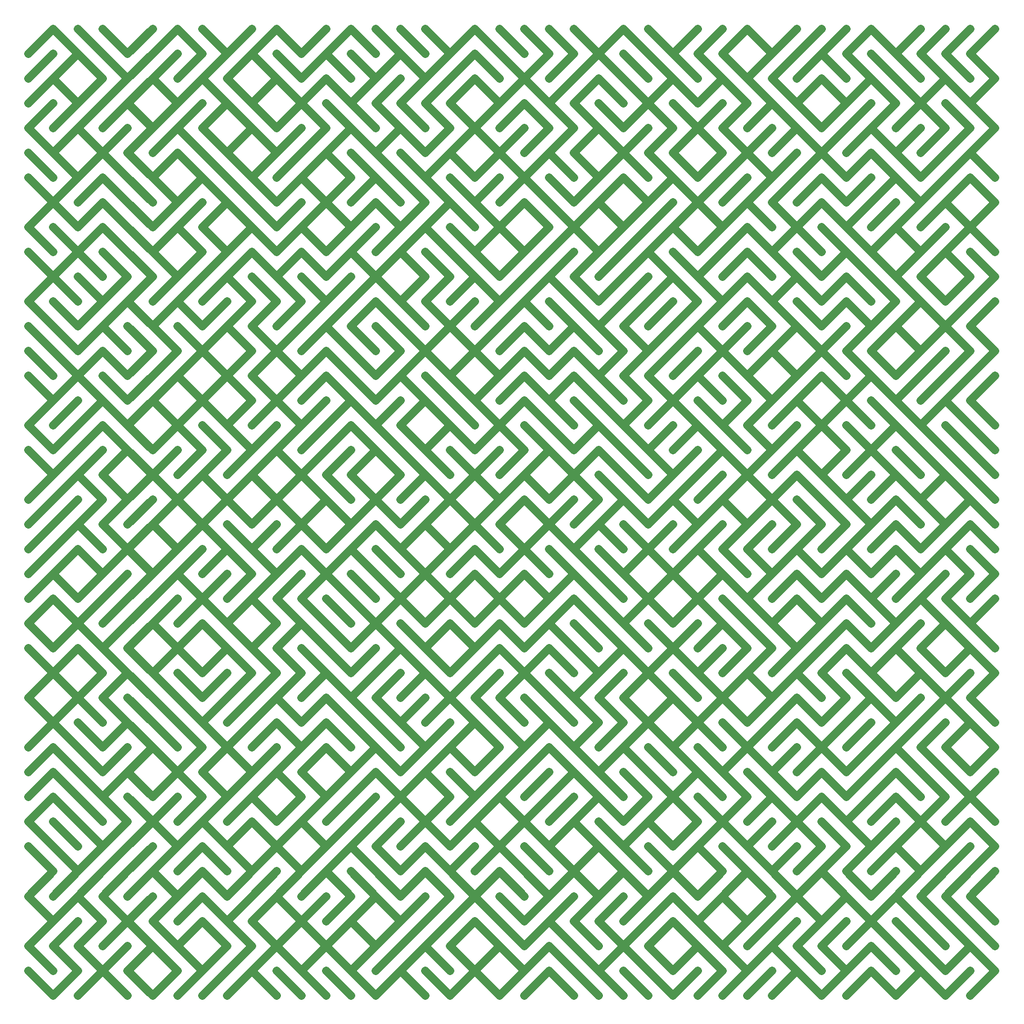
<source format=gbl>
G04 #@! TF.GenerationSoftware,KiCad,Pcbnew,8.0.5*
G04 #@! TF.CreationDate,2024-10-08T22:33:10+02:00*
G04 #@! TF.ProjectId,plate,706c6174-652e-46b6-9963-61645f706362,rev?*
G04 #@! TF.SameCoordinates,Original*
G04 #@! TF.FileFunction,Copper,L2,Bot*
G04 #@! TF.FilePolarity,Positive*
%FSLAX46Y46*%
G04 Gerber Fmt 4.6, Leading zero omitted, Abs format (unit mm)*
G04 Created by KiCad (PCBNEW 8.0.5) date 2024-10-08 22:33:10*
%MOMM*%
%LPD*%
G01*
G04 APERTURE LIST*
G04 #@! TA.AperFunction,EtchedComponent*
%ADD10C,1.190624*%
G04 #@! TD*
G04 APERTURE END LIST*
D10*
X7408340Y-22523504D02*
X10881851Y-19050000D01*
X7408340Y-25997008D02*
X10881851Y-22523504D01*
X7408340Y-29470512D02*
X10881851Y-25997008D01*
X7408340Y-32944016D02*
X10881851Y-29470512D01*
X7408340Y-32944016D02*
X10881851Y-36417521D01*
X7408340Y-36417521D02*
X10881851Y-39891024D01*
X7408340Y-39891024D02*
X10881851Y-43364529D01*
X7408340Y-46838033D02*
X10881851Y-43364529D01*
X7408340Y-46838033D02*
X10881851Y-50311538D01*
X7408340Y-50311538D02*
X10881851Y-53785043D01*
X7408340Y-57258546D02*
X10881851Y-53785043D01*
X7408340Y-57258546D02*
X10881851Y-60732049D01*
X7408340Y-60732049D02*
X10881851Y-64205556D01*
X7408340Y-64205556D02*
X10881851Y-67679059D01*
X7408340Y-67679059D02*
X10881851Y-71152562D01*
X7408340Y-74626065D02*
X10881851Y-71152562D01*
X7408340Y-74626065D02*
X10881851Y-78099568D01*
X7408340Y-78099568D02*
X10881851Y-81573075D01*
X7408340Y-85046574D02*
X10881851Y-81573075D01*
X7408340Y-88520085D02*
X10881851Y-85046574D01*
X7408340Y-91993588D02*
X10881851Y-88520085D01*
X7408340Y-95467091D02*
X10881851Y-91993588D01*
X7408340Y-98940594D02*
X10881851Y-95467091D01*
X7408340Y-102414098D02*
X10881851Y-98940594D01*
X7408340Y-102414098D02*
X10881851Y-105887608D01*
X7408340Y-105887608D02*
X10881851Y-109361111D01*
X7408340Y-112834615D02*
X10881851Y-109361111D01*
X7408340Y-112834615D02*
X10881851Y-116308118D01*
X7408340Y-119781621D02*
X10881851Y-116308118D01*
X7408340Y-123255124D02*
X10881851Y-119781621D01*
X7408340Y-126728627D02*
X10881851Y-123255124D01*
X7408340Y-130202130D02*
X10881851Y-126728627D01*
X7408340Y-130202130D02*
X10881851Y-133675633D01*
X7408340Y-133675633D02*
X10881851Y-137149136D01*
X7408340Y-140622647D02*
X10881851Y-137149136D01*
X7408340Y-140622647D02*
X10881851Y-144096150D01*
X7408340Y-147569653D02*
X10881851Y-144096150D01*
X7408340Y-147569653D02*
X10881851Y-151043149D01*
X7408340Y-151043149D02*
X10881851Y-154516660D01*
X10881851Y-19050000D02*
X14355347Y-22523504D01*
X10881851Y-25997008D02*
X14355347Y-22523504D01*
X10881851Y-25997008D02*
X14355347Y-29470512D01*
X10881851Y-32944016D02*
X14355347Y-29470512D01*
X10881851Y-36417521D02*
X14355347Y-32944016D01*
X10881851Y-36417521D02*
X14355347Y-39891024D01*
X10881851Y-43364529D02*
X14355347Y-39891024D01*
X10881851Y-43364529D02*
X14355347Y-46838033D01*
X10881851Y-46838033D02*
X14355347Y-50311538D01*
X10881851Y-53785043D02*
X14355347Y-50311538D01*
X10881851Y-53785043D02*
X14355347Y-57258546D01*
X10881851Y-57258546D02*
X14355347Y-60732049D01*
X10881851Y-60732049D02*
X14355347Y-64205556D01*
X10881851Y-64205556D02*
X14355347Y-67679059D01*
X10881851Y-71152562D02*
X14355347Y-67679059D01*
X10881851Y-74626065D02*
X14355347Y-71152562D01*
X10881851Y-78099568D02*
X14355347Y-74626065D01*
X10881851Y-81573075D02*
X14355347Y-78099568D01*
X10881851Y-85046574D02*
X14355347Y-81573075D01*
X10881851Y-88520085D02*
X14355347Y-85046574D01*
X10881851Y-91993588D02*
X14355347Y-88520085D01*
X10881851Y-95467091D02*
X14355347Y-91993588D01*
X10881851Y-95467091D02*
X14355347Y-98940594D01*
X10881851Y-98940594D02*
X14355347Y-102414098D01*
X10881851Y-105887608D02*
X14355347Y-102414098D01*
X10881851Y-109361111D02*
X14355347Y-105887608D01*
X10881851Y-109361111D02*
X14355347Y-112834615D01*
X10881851Y-116308118D02*
X14355347Y-112834615D01*
X10881851Y-116308118D02*
X14355347Y-119781621D01*
X10881851Y-119781621D02*
X14355347Y-123255124D01*
X10881851Y-123255124D02*
X14355347Y-126728627D01*
X10881851Y-126728627D02*
X14355347Y-130202130D01*
X10881851Y-130202130D02*
X14355347Y-133675633D01*
X10881851Y-133675633D02*
X14355347Y-137149136D01*
X10881851Y-140622647D02*
X14355347Y-137149136D01*
X10881851Y-144096150D02*
X14355347Y-140622647D01*
X10881851Y-147569653D02*
X14355347Y-144096150D01*
X10881851Y-147569653D02*
X14355347Y-151043149D01*
X10881851Y-154516660D02*
X14355347Y-151043149D01*
X14355347Y-19050000D02*
X17828850Y-22523504D01*
X14355347Y-22523504D02*
X17828850Y-25997008D01*
X14355347Y-29470512D02*
X17828850Y-25997008D01*
X14355347Y-32944016D02*
X17828850Y-29470512D01*
X14355347Y-32944016D02*
X17828850Y-36417521D01*
X14355347Y-39891024D02*
X17828850Y-36417521D01*
X14355347Y-43364529D02*
X17828850Y-39891024D01*
X14355347Y-46838033D02*
X17828850Y-43364529D01*
X14355347Y-50311538D02*
X17828850Y-46838033D01*
X14355347Y-50311538D02*
X17828850Y-53785043D01*
X14355347Y-53785043D02*
X17828850Y-57258546D01*
X14355347Y-60732049D02*
X17828850Y-57258546D01*
X14355347Y-64205556D02*
X17828850Y-60732049D01*
X14355347Y-67679059D02*
X17828850Y-64205556D01*
X14355347Y-67679059D02*
X17828850Y-71152562D01*
X14355347Y-74626065D02*
X17828850Y-71152562D01*
X14355347Y-78099568D02*
X17828850Y-74626065D01*
X14355347Y-81573075D02*
X17828850Y-78099568D01*
X14355347Y-81573075D02*
X17828850Y-85046574D01*
X14355347Y-88520085D02*
X17828850Y-85046574D01*
X14355347Y-88520085D02*
X17828850Y-91993588D01*
X14355347Y-91993588D02*
X17828850Y-95467091D01*
X14355347Y-98940594D02*
X17828850Y-95467091D01*
X14355347Y-102414098D02*
X17828850Y-98940594D01*
X14355347Y-102414098D02*
X17828850Y-105887608D01*
X14355347Y-105887608D02*
X17828850Y-109361111D01*
X14355347Y-112834615D02*
X17828850Y-109361111D01*
X14355347Y-112834615D02*
X17828850Y-116308118D01*
X14355347Y-116308118D02*
X17828850Y-119781621D01*
X14355347Y-119781621D02*
X17828850Y-123255124D01*
X14355347Y-123255124D02*
X17828850Y-126728627D01*
X14355347Y-126728627D02*
X17828850Y-130202130D01*
X14355347Y-130202130D02*
X17828850Y-133675633D01*
X14355347Y-137149136D02*
X17828850Y-133675633D01*
X14355347Y-140622647D02*
X17828850Y-137149136D01*
X14355347Y-140622647D02*
X17828850Y-144096150D01*
X14355347Y-147569653D02*
X17828850Y-144096150D01*
X14355347Y-147569653D02*
X17828850Y-151043149D01*
X14355347Y-154516660D02*
X17828850Y-151043149D01*
X17828850Y-19050000D02*
X21302353Y-22523504D01*
X17828850Y-22523504D02*
X21302353Y-25997008D01*
X17828850Y-29470512D02*
X21302353Y-25997008D01*
X17828850Y-32944016D02*
X21302353Y-29470512D01*
X17828850Y-36417521D02*
X21302353Y-32944016D01*
X17828850Y-36417521D02*
X21302353Y-39891024D01*
X17828850Y-39891024D02*
X21302353Y-43364529D01*
X17828850Y-43364529D02*
X21302353Y-46838033D01*
X17828850Y-46838033D02*
X21302353Y-50311538D01*
X17828850Y-50311538D02*
X21302353Y-53785043D01*
X17828850Y-57258546D02*
X21302353Y-53785043D01*
X17828850Y-60732049D02*
X21302353Y-57258546D01*
X17828850Y-60732049D02*
X21302353Y-64205556D01*
X17828850Y-64205556D02*
X21302353Y-67679059D01*
X17828850Y-67679059D02*
X21302353Y-71152562D01*
X17828850Y-71152562D02*
X21302353Y-74626065D01*
X17828850Y-74626065D02*
X21302353Y-78099568D01*
X17828850Y-81573075D02*
X21302353Y-78099568D01*
X17828850Y-81573075D02*
X21302353Y-85046574D01*
X17828850Y-88520085D02*
X21302353Y-85046574D01*
X17828850Y-88520085D02*
X21302353Y-91993588D01*
X17828850Y-95467091D02*
X21302353Y-91993588D01*
X17828850Y-98940594D02*
X21302353Y-95467091D01*
X17828850Y-102414098D02*
X21302353Y-98940594D01*
X17828850Y-105887608D02*
X21302353Y-102414098D01*
X17828850Y-105887608D02*
X21302353Y-109361111D01*
X17828850Y-112834615D02*
X21302353Y-109361111D01*
X17828850Y-112834615D02*
X21302353Y-116308118D01*
X17828850Y-119781621D02*
X21302353Y-116308118D01*
X17828850Y-123255124D02*
X21302353Y-119781621D01*
X17828850Y-126728627D02*
X21302353Y-123255124D01*
X17828850Y-126728627D02*
X21302353Y-130202130D01*
X17828850Y-133675633D02*
X21302353Y-130202130D01*
X17828850Y-137149136D02*
X21302353Y-133675633D01*
X17828850Y-140622647D02*
X21302353Y-137149136D01*
X17828850Y-140622647D02*
X21302353Y-144096150D01*
X17828850Y-147569653D02*
X21302353Y-144096150D01*
X17828850Y-151043149D02*
X21302353Y-147569653D01*
X17828850Y-151043149D02*
X21302353Y-154516660D01*
X21302353Y-22523504D02*
X24775864Y-19050000D01*
X21302353Y-25997008D02*
X24775864Y-22523504D01*
X21302353Y-29470512D02*
X24775864Y-25997008D01*
X21302353Y-29470512D02*
X24775864Y-32944016D01*
X21302353Y-36417521D02*
X24775864Y-32944016D01*
X21302353Y-36417521D02*
X24775864Y-39891024D01*
X21302353Y-39891024D02*
X24775864Y-43364529D01*
X21302353Y-43364529D02*
X24775864Y-46838033D01*
X21302353Y-46838033D02*
X24775864Y-50311538D01*
X21302353Y-50311538D02*
X24775864Y-53785043D01*
X21302353Y-57258546D02*
X24775864Y-53785043D01*
X21302353Y-57258546D02*
X24775864Y-60732049D01*
X21302353Y-60732049D02*
X24775864Y-64205556D01*
X21302353Y-67679059D02*
X24775864Y-64205556D01*
X21302353Y-71152562D02*
X24775864Y-67679059D01*
X21302353Y-74626065D02*
X24775864Y-71152562D01*
X21302353Y-74626065D02*
X24775864Y-78099568D01*
X21302353Y-78099568D02*
X24775864Y-81573075D01*
X21302353Y-85046574D02*
X24775864Y-81573075D01*
X21302353Y-88520085D02*
X24775864Y-85046574D01*
X21302353Y-91993588D02*
X24775864Y-88520085D01*
X21302353Y-91993588D02*
X24775864Y-95467091D01*
X21302353Y-98940594D02*
X24775864Y-95467091D01*
X21302353Y-102414098D02*
X24775864Y-98940594D01*
X21302353Y-105887608D02*
X24775864Y-102414098D01*
X21302353Y-105887608D02*
X24775864Y-109361111D01*
X21302353Y-109361111D02*
X24775864Y-112834615D01*
X21302353Y-112834615D02*
X24775864Y-116308118D01*
X21302353Y-116308118D02*
X24775864Y-119781621D01*
X21302353Y-123255124D02*
X24775864Y-119781621D01*
X21302353Y-123255124D02*
X24775864Y-126728627D01*
X21302353Y-126728627D02*
X24775864Y-130202130D01*
X21302353Y-133675633D02*
X24775864Y-130202130D01*
X21302353Y-137149136D02*
X24775864Y-133675633D01*
X21302353Y-140622647D02*
X24775864Y-137149136D01*
X21302353Y-144096150D02*
X24775864Y-140622647D01*
X21302353Y-144096150D02*
X24775864Y-147569653D01*
X21302353Y-151043149D02*
X24775864Y-147569653D01*
X21302353Y-151043149D02*
X24775864Y-154516660D01*
X24775864Y-22523504D02*
X28249367Y-19050000D01*
X24775864Y-25997008D02*
X28249367Y-22523504D01*
X24775864Y-25997008D02*
X28249367Y-29470512D01*
X24775864Y-32944016D02*
X28249367Y-29470512D01*
X24775864Y-36417521D02*
X28249367Y-32944016D01*
X24775864Y-39891024D02*
X28249367Y-36417521D01*
X24775864Y-39891024D02*
X28249367Y-43364529D01*
X24775864Y-46838033D02*
X28249367Y-43364529D01*
X24775864Y-50311538D02*
X28249367Y-46838033D01*
X24775864Y-50311538D02*
X28249367Y-53785043D01*
X24775864Y-57258546D02*
X28249367Y-53785043D01*
X24775864Y-60732049D02*
X28249367Y-57258546D01*
X24775864Y-60732049D02*
X28249367Y-64205556D01*
X24775864Y-67679059D02*
X28249367Y-64205556D01*
X24775864Y-71152562D02*
X28249367Y-67679059D01*
X24775864Y-71152562D02*
X28249367Y-74626065D01*
X24775864Y-78099568D02*
X28249367Y-74626065D01*
X24775864Y-81573075D02*
X28249367Y-78099568D01*
X24775864Y-81573075D02*
X28249367Y-85046574D01*
X24775864Y-88520085D02*
X28249367Y-85046574D01*
X24775864Y-88520085D02*
X28249367Y-91993588D01*
X24775864Y-95467091D02*
X28249367Y-91993588D01*
X24775864Y-98940594D02*
X28249367Y-95467091D01*
X24775864Y-102414098D02*
X28249367Y-98940594D01*
X24775864Y-102414098D02*
X28249367Y-105887608D01*
X24775864Y-109361111D02*
X28249367Y-105887608D01*
X24775864Y-109361111D02*
X28249367Y-112834615D01*
X24775864Y-112834615D02*
X28249367Y-116308118D01*
X24775864Y-116308118D02*
X28249367Y-119781621D01*
X24775864Y-119781621D02*
X28249367Y-123255124D01*
X24775864Y-126728627D02*
X28249367Y-123255124D01*
X24775864Y-130202130D02*
X28249367Y-126728627D01*
X24775864Y-130202130D02*
X28249367Y-133675633D01*
X24775864Y-137149136D02*
X28249367Y-133675633D01*
X24775864Y-137149136D02*
X28249367Y-140622647D01*
X24775864Y-144096150D02*
X28249367Y-140622647D01*
X24775864Y-144096150D02*
X28249367Y-147569653D01*
X24775864Y-147569653D02*
X28249367Y-151043149D01*
X24775864Y-154516660D02*
X28249367Y-151043149D01*
X28249367Y-19050000D02*
X31722870Y-22523504D01*
X28249367Y-25997008D02*
X31722870Y-22523504D01*
X28249367Y-29470512D02*
X31722870Y-25997008D01*
X28249367Y-32944016D02*
X31722870Y-29470512D01*
X28249367Y-32944016D02*
X31722870Y-36417521D01*
X28249367Y-36417521D02*
X31722870Y-39891024D01*
X28249367Y-43364529D02*
X31722870Y-39891024D01*
X28249367Y-46838033D02*
X31722870Y-43364529D01*
X28249367Y-46838033D02*
X31722870Y-50311538D01*
X28249367Y-53785043D02*
X31722870Y-50311538D01*
X28249367Y-57258546D02*
X31722870Y-53785043D01*
X28249367Y-57258546D02*
X31722870Y-60732049D01*
X28249367Y-60732049D02*
X31722870Y-64205556D01*
X28249367Y-67679059D02*
X31722870Y-64205556D01*
X28249367Y-67679059D02*
X31722870Y-71152562D01*
X28249367Y-74626065D02*
X31722870Y-71152562D01*
X28249367Y-74626065D02*
X31722870Y-78099568D01*
X28249367Y-81573075D02*
X31722870Y-78099568D01*
X28249367Y-85046574D02*
X31722870Y-81573075D01*
X28249367Y-85046574D02*
X31722870Y-88520085D01*
X28249367Y-91993588D02*
X31722870Y-88520085D01*
X28249367Y-95467091D02*
X31722870Y-91993588D01*
X28249367Y-95467091D02*
X31722870Y-98940594D01*
X28249367Y-102414098D02*
X31722870Y-98940594D01*
X28249367Y-105887608D02*
X31722870Y-102414098D01*
X28249367Y-105887608D02*
X31722870Y-109361111D01*
X28249367Y-109361111D02*
X31722870Y-112834615D01*
X28249367Y-112834615D02*
X31722870Y-116308118D01*
X28249367Y-116308118D02*
X31722870Y-119781621D01*
X28249367Y-123255124D02*
X31722870Y-119781621D01*
X28249367Y-123255124D02*
X31722870Y-126728627D01*
X28249367Y-130202130D02*
X31722870Y-126728627D01*
X28249367Y-133675633D02*
X31722870Y-130202130D01*
X28249367Y-137149136D02*
X31722870Y-133675633D01*
X28249367Y-140622647D02*
X31722870Y-137149136D01*
X28249367Y-144096150D02*
X31722870Y-140622647D01*
X28249367Y-147569653D02*
X31722870Y-144096150D01*
X28249367Y-147569653D02*
X31722870Y-151043149D01*
X28249367Y-154516660D02*
X31722870Y-151043149D01*
X31722870Y-19050000D02*
X35196373Y-22523504D01*
X31722870Y-25997008D02*
X35196373Y-22523504D01*
X31722870Y-25997008D02*
X35196373Y-29470512D01*
X31722870Y-32944016D02*
X35196373Y-29470512D01*
X31722870Y-32944016D02*
X35196373Y-36417521D01*
X31722870Y-36417521D02*
X35196373Y-39891024D01*
X31722870Y-39891024D02*
X35196373Y-43364529D01*
X31722870Y-46838033D02*
X35196373Y-43364529D01*
X31722870Y-46838033D02*
X35196373Y-50311538D01*
X31722870Y-53785043D02*
X35196373Y-50311538D01*
X31722870Y-57258546D02*
X35196373Y-53785043D01*
X31722870Y-60732049D02*
X35196373Y-57258546D01*
X31722870Y-64205556D02*
X35196373Y-60732049D01*
X31722870Y-64205556D02*
X35196373Y-67679059D01*
X31722870Y-71152562D02*
X35196373Y-67679059D01*
X31722870Y-71152562D02*
X35196373Y-74626065D01*
X31722870Y-74626065D02*
X35196373Y-78099568D01*
X31722870Y-81573075D02*
X35196373Y-78099568D01*
X31722870Y-81573075D02*
X35196373Y-85046574D01*
X31722870Y-88520085D02*
X35196373Y-85046574D01*
X31722870Y-88520085D02*
X35196373Y-91993588D01*
X31722870Y-95467091D02*
X35196373Y-91993588D01*
X31722870Y-98940594D02*
X35196373Y-95467091D01*
X31722870Y-98940594D02*
X35196373Y-102414098D01*
X31722870Y-102414098D02*
X35196373Y-105887608D01*
X31722870Y-109361111D02*
X35196373Y-105887608D01*
X31722870Y-112834615D02*
X35196373Y-109361111D01*
X31722870Y-116308118D02*
X35196373Y-112834615D01*
X31722870Y-116308118D02*
X35196373Y-119781621D01*
X31722870Y-123255124D02*
X35196373Y-119781621D01*
X31722870Y-123255124D02*
X35196373Y-126728627D01*
X31722870Y-130202130D02*
X35196373Y-126728627D01*
X31722870Y-130202130D02*
X35196373Y-133675633D01*
X31722870Y-133675633D02*
X35196373Y-137149136D01*
X31722870Y-137149136D02*
X35196373Y-140622647D01*
X31722870Y-140622647D02*
X35196373Y-144096150D01*
X31722870Y-144096150D02*
X35196373Y-147569653D01*
X31722870Y-151043149D02*
X35196373Y-147569653D01*
X31722870Y-154516660D02*
X35196373Y-151043149D01*
X35196373Y-22523504D02*
X38669876Y-19050000D01*
X35196373Y-25997008D02*
X38669876Y-22523504D01*
X35196373Y-25997008D02*
X38669876Y-29470512D01*
X35196373Y-29470512D02*
X38669876Y-32944016D01*
X35196373Y-36417521D02*
X38669876Y-32944016D01*
X35196373Y-36417521D02*
X38669876Y-39891024D01*
X35196373Y-39891024D02*
X38669876Y-43364529D01*
X35196373Y-43364529D02*
X38669876Y-46838033D01*
X35196373Y-50311538D02*
X38669876Y-46838033D01*
X35196373Y-53785043D02*
X38669876Y-50311538D01*
X35196373Y-53785043D02*
X38669876Y-57258546D01*
X35196373Y-60732049D02*
X38669876Y-57258546D01*
X35196373Y-60732049D02*
X38669876Y-64205556D01*
X35196373Y-67679059D02*
X38669876Y-64205556D01*
X35196373Y-67679059D02*
X38669876Y-71152562D01*
X35196373Y-74626065D02*
X38669876Y-71152562D01*
X35196373Y-74626065D02*
X38669876Y-78099568D01*
X35196373Y-81573075D02*
X38669876Y-78099568D01*
X35196373Y-85046574D02*
X38669876Y-81573075D01*
X35196373Y-85046574D02*
X38669876Y-88520085D01*
X35196373Y-88520085D02*
X38669876Y-91993588D01*
X35196373Y-91993588D02*
X38669876Y-95467091D01*
X35196373Y-98940594D02*
X38669876Y-95467091D01*
X35196373Y-102414098D02*
X38669876Y-98940594D01*
X35196373Y-102414098D02*
X38669876Y-105887608D01*
X35196373Y-105887608D02*
X38669876Y-109361111D01*
X35196373Y-112834615D02*
X38669876Y-109361111D01*
X35196373Y-116308118D02*
X38669876Y-112834615D01*
X35196373Y-119781621D02*
X38669876Y-116308118D01*
X35196373Y-119781621D02*
X38669876Y-123255124D01*
X35196373Y-126728627D02*
X38669876Y-123255124D01*
X35196373Y-130202130D02*
X38669876Y-126728627D01*
X35196373Y-133675633D02*
X38669876Y-130202130D01*
X35196373Y-133675633D02*
X38669876Y-137149136D01*
X35196373Y-140622647D02*
X38669876Y-137149136D01*
X35196373Y-144096150D02*
X38669876Y-140622647D01*
X35196373Y-144096150D02*
X38669876Y-147569653D01*
X35196373Y-151043149D02*
X38669876Y-147569653D01*
X35196373Y-154516660D02*
X38669876Y-151043149D01*
X38669876Y-22523504D02*
X42143379Y-19050000D01*
X38669876Y-22523504D02*
X42143379Y-25997008D01*
X38669876Y-29470512D02*
X42143379Y-25997008D01*
X38669876Y-29470512D02*
X42143379Y-32944016D01*
X38669876Y-32944016D02*
X42143379Y-36417521D01*
X38669876Y-39891024D02*
X42143379Y-36417521D01*
X38669876Y-39891024D02*
X42143379Y-43364529D01*
X38669876Y-43364529D02*
X42143379Y-46838033D01*
X38669876Y-46838033D02*
X42143379Y-50311538D01*
X38669876Y-50311538D02*
X42143379Y-53785043D01*
X38669876Y-53785043D02*
X42143379Y-57258546D01*
X38669876Y-60732049D02*
X42143379Y-57258546D01*
X38669876Y-60732049D02*
X42143379Y-64205556D01*
X38669876Y-67679059D02*
X42143379Y-64205556D01*
X38669876Y-67679059D02*
X42143379Y-71152562D01*
X38669876Y-74626065D02*
X42143379Y-71152562D01*
X38669876Y-78099568D02*
X42143379Y-74626065D01*
X38669876Y-81573075D02*
X42143379Y-78099568D01*
X38669876Y-81573075D02*
X42143379Y-85046574D01*
X38669876Y-88520085D02*
X42143379Y-85046574D01*
X38669876Y-91993588D02*
X42143379Y-88520085D01*
X38669876Y-91993588D02*
X42143379Y-95467091D01*
X38669876Y-98940594D02*
X42143379Y-95467091D01*
X38669876Y-98940594D02*
X42143379Y-102414098D01*
X38669876Y-105887608D02*
X42143379Y-102414098D01*
X38669876Y-105887608D02*
X42143379Y-109361111D01*
X38669876Y-112834615D02*
X42143379Y-109361111D01*
X38669876Y-116308118D02*
X42143379Y-112834615D01*
X38669876Y-119781621D02*
X42143379Y-116308118D01*
X38669876Y-123255124D02*
X42143379Y-119781621D01*
X38669876Y-126728627D02*
X42143379Y-123255124D01*
X38669876Y-126728627D02*
X42143379Y-130202130D01*
X38669876Y-130202130D02*
X42143379Y-133675633D01*
X38669876Y-137149136D02*
X42143379Y-133675633D01*
X38669876Y-140622647D02*
X42143379Y-137149136D01*
X38669876Y-144096150D02*
X42143379Y-140622647D01*
X38669876Y-144096150D02*
X42143379Y-147569653D01*
X38669876Y-151043149D02*
X42143379Y-147569653D01*
X38669876Y-151043149D02*
X42143379Y-154516660D01*
X42143379Y-19050000D02*
X45616882Y-22523504D01*
X42143379Y-22523504D02*
X45616882Y-25997008D01*
X42143379Y-25997008D02*
X45616882Y-29470512D01*
X42143379Y-32944016D02*
X45616882Y-29470512D01*
X42143379Y-36417521D02*
X45616882Y-32944016D01*
X42143379Y-39891024D02*
X45616882Y-36417521D01*
X42143379Y-43364529D02*
X45616882Y-39891024D01*
X42143379Y-46838033D02*
X45616882Y-43364529D01*
X42143379Y-50311538D02*
X45616882Y-46838033D01*
X42143379Y-53785043D02*
X45616882Y-50311538D01*
X42143379Y-53785043D02*
X45616882Y-57258546D01*
X42143379Y-60732049D02*
X45616882Y-57258546D01*
X42143379Y-64205556D02*
X45616882Y-60732049D01*
X42143379Y-64205556D02*
X45616882Y-67679059D01*
X42143379Y-71152562D02*
X45616882Y-67679059D01*
X42143379Y-71152562D02*
X45616882Y-74626065D01*
X42143379Y-78099568D02*
X45616882Y-74626065D01*
X42143379Y-78099568D02*
X45616882Y-81573075D01*
X42143379Y-85046574D02*
X45616882Y-81573075D01*
X42143379Y-85046574D02*
X45616882Y-88520085D01*
X42143379Y-91993588D02*
X45616882Y-88520085D01*
X42143379Y-95467091D02*
X45616882Y-91993588D01*
X42143379Y-98940594D02*
X45616882Y-95467091D01*
X42143379Y-98940594D02*
X45616882Y-102414098D01*
X42143379Y-105887608D02*
X45616882Y-102414098D01*
X42143379Y-105887608D02*
X45616882Y-109361111D01*
X42143379Y-112834615D02*
X45616882Y-109361111D01*
X42143379Y-112834615D02*
X45616882Y-116308118D01*
X42143379Y-116308118D02*
X45616882Y-119781621D01*
X42143379Y-123255124D02*
X45616882Y-119781621D01*
X42143379Y-123255124D02*
X45616882Y-126728627D01*
X42143379Y-130202130D02*
X45616882Y-126728627D01*
X42143379Y-133675633D02*
X45616882Y-130202130D01*
X42143379Y-133675633D02*
X45616882Y-137149136D01*
X42143379Y-140622647D02*
X45616882Y-137149136D01*
X42143379Y-140622647D02*
X45616882Y-144096150D01*
X42143379Y-147569653D02*
X45616882Y-144096150D01*
X42143379Y-147569653D02*
X45616882Y-151043149D01*
X42143379Y-151043149D02*
X45616882Y-154516660D01*
X45616882Y-22523504D02*
X49090385Y-19050000D01*
X45616882Y-25997008D02*
X49090385Y-22523504D01*
X45616882Y-29470512D02*
X49090385Y-25997008D01*
X45616882Y-29470512D02*
X49090385Y-32944016D01*
X45616882Y-36417521D02*
X49090385Y-32944016D01*
X45616882Y-39891024D02*
X49090385Y-36417521D01*
X45616882Y-39891024D02*
X49090385Y-43364529D01*
X45616882Y-46838033D02*
X49090385Y-43364529D01*
X45616882Y-46838033D02*
X49090385Y-50311538D01*
X45616882Y-50311538D02*
X49090385Y-53785043D01*
X45616882Y-53785043D02*
X49090385Y-57258546D01*
X45616882Y-60732049D02*
X49090385Y-57258546D01*
X45616882Y-64205556D02*
X49090385Y-60732049D01*
X45616882Y-67679059D02*
X49090385Y-64205556D01*
X45616882Y-71152562D02*
X49090385Y-67679059D01*
X45616882Y-74626065D02*
X49090385Y-71152562D01*
X45616882Y-78099568D02*
X49090385Y-74626065D01*
X45616882Y-81573075D02*
X49090385Y-78099568D01*
X45616882Y-81573075D02*
X49090385Y-85046574D01*
X45616882Y-88520085D02*
X49090385Y-85046574D01*
X45616882Y-88520085D02*
X49090385Y-91993588D01*
X45616882Y-91993588D02*
X49090385Y-95467091D01*
X45616882Y-98940594D02*
X49090385Y-95467091D01*
X45616882Y-98940594D02*
X49090385Y-102414098D01*
X45616882Y-102414098D02*
X49090385Y-105887608D01*
X45616882Y-105887608D02*
X49090385Y-109361111D01*
X45616882Y-112834615D02*
X49090385Y-109361111D01*
X45616882Y-116308118D02*
X49090385Y-112834615D01*
X45616882Y-119781621D02*
X49090385Y-116308118D01*
X45616882Y-123255124D02*
X49090385Y-119781621D01*
X45616882Y-123255124D02*
X49090385Y-126728627D01*
X45616882Y-130202130D02*
X49090385Y-126728627D01*
X45616882Y-130202130D02*
X49090385Y-133675633D01*
X45616882Y-137149136D02*
X49090385Y-133675633D01*
X45616882Y-140622647D02*
X49090385Y-137149136D01*
X45616882Y-144096150D02*
X49090385Y-140622647D01*
X45616882Y-144096150D02*
X49090385Y-147569653D01*
X45616882Y-151043149D02*
X49090385Y-147569653D01*
X45616882Y-151043149D02*
X49090385Y-154516660D01*
X49090385Y-22523504D02*
X52563889Y-19050000D01*
X49090385Y-22523504D02*
X52563889Y-25997008D01*
X49090385Y-25997008D02*
X52563889Y-29470512D01*
X49090385Y-29470512D02*
X52563889Y-32944016D01*
X49090385Y-36417521D02*
X52563889Y-32944016D01*
X49090385Y-36417521D02*
X52563889Y-39891024D01*
X49090385Y-43364529D02*
X52563889Y-39891024D01*
X49090385Y-43364529D02*
X52563889Y-46838033D01*
X49090385Y-50311538D02*
X52563889Y-46838033D01*
X49090385Y-53785043D02*
X52563889Y-50311538D01*
X49090385Y-57258546D02*
X52563889Y-53785043D01*
X49090385Y-60732049D02*
X52563889Y-57258546D01*
X49090385Y-60732049D02*
X52563889Y-64205556D01*
X49090385Y-64205556D02*
X52563889Y-67679059D01*
X49090385Y-67679059D02*
X52563889Y-71152562D01*
X49090385Y-74626065D02*
X52563889Y-71152562D01*
X49090385Y-78099568D02*
X52563889Y-74626065D01*
X49090385Y-81573075D02*
X52563889Y-78099568D01*
X49090385Y-81573075D02*
X52563889Y-85046574D01*
X49090385Y-85046574D02*
X52563889Y-88520085D01*
X49090385Y-91993588D02*
X52563889Y-88520085D01*
X49090385Y-95467091D02*
X52563889Y-91993588D01*
X49090385Y-95467091D02*
X52563889Y-98940594D01*
X49090385Y-98940594D02*
X52563889Y-102414098D01*
X49090385Y-102414098D02*
X52563889Y-105887608D01*
X49090385Y-105887608D02*
X52563889Y-109361111D01*
X49090385Y-109361111D02*
X52563889Y-112834615D01*
X49090385Y-112834615D02*
X52563889Y-116308118D01*
X49090385Y-116308118D02*
X52563889Y-119781621D01*
X49090385Y-119781621D02*
X52563889Y-123255124D01*
X49090385Y-126728627D02*
X52563889Y-123255124D01*
X49090385Y-130202130D02*
X52563889Y-126728627D01*
X49090385Y-133675633D02*
X52563889Y-130202130D01*
X49090385Y-137149136D02*
X52563889Y-133675633D01*
X49090385Y-137149136D02*
X52563889Y-140622647D01*
X49090385Y-144096150D02*
X52563889Y-140622647D01*
X49090385Y-147569653D02*
X52563889Y-144096150D01*
X49090385Y-147569653D02*
X52563889Y-151043149D01*
X49090385Y-151043149D02*
X52563889Y-154516660D01*
X52563889Y-19050000D02*
X56037392Y-22523504D01*
X52563889Y-22523504D02*
X56037392Y-25997008D01*
X52563889Y-29470512D02*
X56037392Y-25997008D01*
X52563889Y-29470512D02*
X56037392Y-32944016D01*
X52563889Y-32944016D02*
X56037392Y-36417521D01*
X52563889Y-36417521D02*
X56037392Y-39891024D01*
X52563889Y-43364529D02*
X56037392Y-39891024D01*
X52563889Y-46838033D02*
X56037392Y-43364529D01*
X52563889Y-50311538D02*
X56037392Y-46838033D01*
X52563889Y-50311538D02*
X56037392Y-53785043D01*
X52563889Y-57258546D02*
X56037392Y-53785043D01*
X52563889Y-60732049D02*
X56037392Y-57258546D01*
X52563889Y-60732049D02*
X56037392Y-64205556D01*
X52563889Y-64205556D02*
X56037392Y-67679059D01*
X52563889Y-67679059D02*
X56037392Y-71152562D01*
X52563889Y-71152562D02*
X56037392Y-74626065D01*
X52563889Y-74626065D02*
X56037392Y-78099568D01*
X52563889Y-81573075D02*
X56037392Y-78099568D01*
X52563889Y-81573075D02*
X56037392Y-85046574D01*
X52563889Y-88520085D02*
X56037392Y-85046574D01*
X52563889Y-91993588D02*
X56037392Y-88520085D01*
X52563889Y-91993588D02*
X56037392Y-95467091D01*
X52563889Y-95467091D02*
X56037392Y-98940594D01*
X52563889Y-98940594D02*
X56037392Y-102414098D01*
X52563889Y-105887608D02*
X56037392Y-102414098D01*
X52563889Y-109361111D02*
X56037392Y-105887608D01*
X52563889Y-112834615D02*
X56037392Y-109361111D01*
X52563889Y-112834615D02*
X56037392Y-116308118D01*
X52563889Y-116308118D02*
X56037392Y-119781621D01*
X52563889Y-123255124D02*
X56037392Y-119781621D01*
X52563889Y-126728627D02*
X56037392Y-123255124D01*
X52563889Y-130202130D02*
X56037392Y-126728627D01*
X52563889Y-133675633D02*
X56037392Y-130202130D01*
X52563889Y-133675633D02*
X56037392Y-137149136D01*
X52563889Y-137149136D02*
X56037392Y-140622647D01*
X52563889Y-144096150D02*
X56037392Y-140622647D01*
X52563889Y-144096150D02*
X56037392Y-147569653D01*
X52563889Y-151043149D02*
X56037392Y-147569653D01*
X52563889Y-151043149D02*
X56037392Y-154516660D01*
X56037392Y-19050000D02*
X59510902Y-22523504D01*
X56037392Y-25997008D02*
X59510902Y-22523504D01*
X56037392Y-29470512D02*
X59510902Y-25997008D01*
X56037392Y-29470512D02*
X59510902Y-32944016D01*
X56037392Y-36417521D02*
X59510902Y-32944016D01*
X56037392Y-36417521D02*
X59510902Y-39891024D01*
X56037392Y-39891024D02*
X59510902Y-43364529D01*
X56037392Y-43364529D02*
X59510902Y-46838033D01*
X56037392Y-50311538D02*
X59510902Y-46838033D01*
X56037392Y-53785043D02*
X59510902Y-50311538D01*
X56037392Y-53785043D02*
X59510902Y-57258546D01*
X56037392Y-57258546D02*
X59510902Y-60732049D01*
X56037392Y-60732049D02*
X59510902Y-64205556D01*
X56037392Y-67679059D02*
X59510902Y-64205556D01*
X56037392Y-71152562D02*
X59510902Y-67679059D01*
X56037392Y-74626065D02*
X59510902Y-71152562D01*
X56037392Y-74626065D02*
X59510902Y-78099568D01*
X56037392Y-78099568D02*
X59510902Y-81573075D01*
X56037392Y-85046574D02*
X59510902Y-81573075D01*
X56037392Y-85046574D02*
X59510902Y-88520085D01*
X56037392Y-88520085D02*
X59510902Y-91993588D01*
X56037392Y-91993588D02*
X59510902Y-95467091D01*
X56037392Y-95467091D02*
X59510902Y-98940594D01*
X56037392Y-102414098D02*
X59510902Y-98940594D01*
X56037392Y-102414098D02*
X59510902Y-105887608D01*
X56037392Y-109361111D02*
X59510902Y-105887608D01*
X56037392Y-112834615D02*
X59510902Y-109361111D01*
X56037392Y-112834615D02*
X59510902Y-116308118D01*
X56037392Y-116308118D02*
X59510902Y-119781621D01*
X56037392Y-119781621D02*
X59510902Y-123255124D01*
X56037392Y-123255124D02*
X59510902Y-126728627D01*
X56037392Y-130202130D02*
X59510902Y-126728627D01*
X56037392Y-133675633D02*
X59510902Y-130202130D01*
X56037392Y-133675633D02*
X59510902Y-137149136D01*
X56037392Y-137149136D02*
X59510902Y-140622647D01*
X56037392Y-140622647D02*
X59510902Y-144096150D01*
X56037392Y-147569653D02*
X59510902Y-144096150D01*
X56037392Y-151043149D02*
X59510902Y-147569653D01*
X56037392Y-154516660D02*
X59510902Y-151043149D01*
X59510902Y-19050000D02*
X62984406Y-22523504D01*
X59510902Y-22523504D02*
X62984406Y-25997008D01*
X59510902Y-29470512D02*
X62984406Y-25997008D01*
X59510902Y-29470512D02*
X62984406Y-32944016D01*
X59510902Y-32944016D02*
X62984406Y-36417521D01*
X59510902Y-36417521D02*
X62984406Y-39891024D01*
X59510902Y-39891024D02*
X62984406Y-43364529D01*
X59510902Y-46838033D02*
X62984406Y-43364529D01*
X59510902Y-50311538D02*
X62984406Y-46838033D01*
X59510902Y-50311538D02*
X62984406Y-53785043D01*
X59510902Y-57258546D02*
X62984406Y-53785043D01*
X59510902Y-57258546D02*
X62984406Y-60732049D01*
X59510902Y-60732049D02*
X62984406Y-64205556D01*
X59510902Y-67679059D02*
X62984406Y-64205556D01*
X59510902Y-67679059D02*
X62984406Y-71152562D01*
X59510902Y-74626065D02*
X62984406Y-71152562D01*
X59510902Y-74626065D02*
X62984406Y-78099568D01*
X59510902Y-78099568D02*
X62984406Y-81573075D01*
X59510902Y-85046574D02*
X62984406Y-81573075D01*
X59510902Y-88520085D02*
X62984406Y-85046574D01*
X59510902Y-91993588D02*
X62984406Y-88520085D01*
X59510902Y-91993588D02*
X62984406Y-95467091D01*
X59510902Y-98940594D02*
X62984406Y-95467091D01*
X59510902Y-98940594D02*
X62984406Y-102414098D01*
X59510902Y-102414098D02*
X62984406Y-105887608D01*
X59510902Y-105887608D02*
X62984406Y-109361111D01*
X59510902Y-112834615D02*
X62984406Y-109361111D01*
X59510902Y-116308118D02*
X62984406Y-112834615D01*
X59510902Y-116308118D02*
X62984406Y-119781621D01*
X59510902Y-123255124D02*
X62984406Y-119781621D01*
X59510902Y-126728627D02*
X62984406Y-123255124D01*
X59510902Y-126728627D02*
X62984406Y-130202130D01*
X59510902Y-133675633D02*
X62984406Y-130202130D01*
X59510902Y-137149136D02*
X62984406Y-133675633D01*
X59510902Y-140622647D02*
X62984406Y-137149136D01*
X59510902Y-144096150D02*
X62984406Y-140622647D01*
X59510902Y-147569653D02*
X62984406Y-144096150D01*
X59510902Y-151043149D02*
X62984406Y-147569653D01*
X59510902Y-151043149D02*
X62984406Y-154516660D01*
X62984406Y-19050000D02*
X66457909Y-22523504D01*
X62984406Y-25997008D02*
X66457909Y-22523504D01*
X62984406Y-29470512D02*
X66457909Y-25997008D01*
X62984406Y-29470512D02*
X66457909Y-32944016D01*
X62984406Y-36417521D02*
X66457909Y-32944016D01*
X62984406Y-39891024D02*
X66457909Y-36417521D01*
X62984406Y-39891024D02*
X66457909Y-43364529D01*
X62984406Y-46838033D02*
X66457909Y-43364529D01*
X62984406Y-46838033D02*
X66457909Y-50311538D01*
X62984406Y-50311538D02*
X66457909Y-53785043D01*
X62984406Y-57258546D02*
X66457909Y-53785043D01*
X62984406Y-57258546D02*
X66457909Y-60732049D01*
X62984406Y-64205556D02*
X66457909Y-60732049D01*
X62984406Y-64205556D02*
X66457909Y-67679059D01*
X62984406Y-67679059D02*
X66457909Y-71152562D01*
X62984406Y-71152562D02*
X66457909Y-74626065D01*
X62984406Y-78099568D02*
X66457909Y-74626065D01*
X62984406Y-78099568D02*
X66457909Y-81573075D01*
X62984406Y-81573075D02*
X66457909Y-85046574D01*
X62984406Y-88520085D02*
X66457909Y-85046574D01*
X62984406Y-88520085D02*
X66457909Y-91993588D01*
X62984406Y-95467091D02*
X66457909Y-91993588D01*
X62984406Y-95467091D02*
X66457909Y-98940594D01*
X62984406Y-102414098D02*
X66457909Y-98940594D01*
X62984406Y-105887608D02*
X66457909Y-102414098D01*
X62984406Y-105887608D02*
X66457909Y-109361111D01*
X62984406Y-109361111D02*
X66457909Y-112834615D01*
X62984406Y-116308118D02*
X66457909Y-112834615D01*
X62984406Y-119781621D02*
X66457909Y-116308118D01*
X62984406Y-123255124D02*
X66457909Y-119781621D01*
X62984406Y-123255124D02*
X66457909Y-126728627D01*
X62984406Y-130202130D02*
X66457909Y-126728627D01*
X62984406Y-130202130D02*
X66457909Y-133675633D01*
X62984406Y-133675633D02*
X66457909Y-137149136D01*
X62984406Y-137149136D02*
X66457909Y-140622647D01*
X62984406Y-144096150D02*
X66457909Y-140622647D01*
X62984406Y-147569653D02*
X66457909Y-144096150D01*
X62984406Y-147569653D02*
X66457909Y-151043149D01*
X62984406Y-151043149D02*
X66457909Y-154516660D01*
X66457909Y-22523504D02*
X69931412Y-19050000D01*
X66457909Y-25997008D02*
X69931412Y-22523504D01*
X66457909Y-29470512D02*
X69931412Y-25997008D01*
X66457909Y-29470512D02*
X69931412Y-32944016D01*
X66457909Y-36417521D02*
X69931412Y-32944016D01*
X66457909Y-36417521D02*
X69931412Y-39891024D01*
X66457909Y-39891024D02*
X69931412Y-43364529D01*
X66457909Y-43364529D02*
X69931412Y-46838033D01*
X66457909Y-46838033D02*
X69931412Y-50311538D01*
X66457909Y-50311538D02*
X69931412Y-53785043D01*
X66457909Y-57258546D02*
X69931412Y-53785043D01*
X66457909Y-60732049D02*
X69931412Y-57258546D01*
X66457909Y-60732049D02*
X69931412Y-64205556D01*
X66457909Y-67679059D02*
X69931412Y-64205556D01*
X66457909Y-67679059D02*
X69931412Y-71152562D01*
X66457909Y-71152562D02*
X69931412Y-74626065D01*
X66457909Y-74626065D02*
X69931412Y-78099568D01*
X66457909Y-78099568D02*
X69931412Y-81573075D01*
X66457909Y-85046574D02*
X69931412Y-81573075D01*
X66457909Y-85046574D02*
X69931412Y-88520085D01*
X66457909Y-91993588D02*
X69931412Y-88520085D01*
X66457909Y-95467091D02*
X69931412Y-91993588D01*
X66457909Y-98940594D02*
X69931412Y-95467091D01*
X66457909Y-98940594D02*
X69931412Y-102414098D01*
X66457909Y-102414098D02*
X69931412Y-105887608D01*
X66457909Y-109361111D02*
X69931412Y-105887608D01*
X66457909Y-112834615D02*
X69931412Y-109361111D01*
X66457909Y-112834615D02*
X69931412Y-116308118D01*
X66457909Y-119781621D02*
X69931412Y-116308118D01*
X66457909Y-119781621D02*
X69931412Y-123255124D01*
X66457909Y-123255124D02*
X69931412Y-126728627D01*
X66457909Y-130202130D02*
X69931412Y-126728627D01*
X66457909Y-133675633D02*
X69931412Y-130202130D01*
X66457909Y-137149136D02*
X69931412Y-133675633D01*
X66457909Y-137149136D02*
X69931412Y-140622647D01*
X66457909Y-144096150D02*
X69931412Y-140622647D01*
X66457909Y-147569653D02*
X69931412Y-144096150D01*
X66457909Y-147569653D02*
X69931412Y-151043149D01*
X66457909Y-154516660D02*
X69931412Y-151043149D01*
X69931412Y-19050000D02*
X73404915Y-22523504D01*
X69931412Y-22523504D02*
X73404915Y-25997008D01*
X69931412Y-25997008D02*
X73404915Y-29470512D01*
X69931412Y-32944016D02*
X73404915Y-29470512D01*
X69931412Y-32944016D02*
X73404915Y-36417521D01*
X69931412Y-39891024D02*
X73404915Y-36417521D01*
X69931412Y-43364529D02*
X73404915Y-39891024D01*
X69931412Y-43364529D02*
X73404915Y-46838033D01*
X69931412Y-50311538D02*
X73404915Y-46838033D01*
X69931412Y-50311538D02*
X73404915Y-53785043D01*
X69931412Y-53785043D02*
X73404915Y-57258546D01*
X69931412Y-60732049D02*
X73404915Y-57258546D01*
X69931412Y-64205556D02*
X73404915Y-60732049D01*
X69931412Y-64205556D02*
X73404915Y-67679059D01*
X69931412Y-71152562D02*
X73404915Y-67679059D01*
X69931412Y-71152562D02*
X73404915Y-74626065D01*
X69931412Y-78099568D02*
X73404915Y-74626065D01*
X69931412Y-81573075D02*
X73404915Y-78099568D01*
X69931412Y-81573075D02*
X73404915Y-85046574D01*
X69931412Y-88520085D02*
X73404915Y-85046574D01*
X69931412Y-88520085D02*
X73404915Y-91993588D01*
X69931412Y-91993588D02*
X73404915Y-95467091D01*
X69931412Y-95467091D02*
X73404915Y-98940594D01*
X69931412Y-102414098D02*
X73404915Y-98940594D01*
X69931412Y-105887608D02*
X73404915Y-102414098D01*
X69931412Y-109361111D02*
X73404915Y-105887608D01*
X69931412Y-112834615D02*
X73404915Y-109361111D01*
X69931412Y-112834615D02*
X73404915Y-116308118D01*
X69931412Y-116308118D02*
X73404915Y-119781621D01*
X69931412Y-123255124D02*
X73404915Y-119781621D01*
X69931412Y-126728627D02*
X73404915Y-123255124D01*
X69931412Y-130202130D02*
X73404915Y-126728627D01*
X69931412Y-130202130D02*
X73404915Y-133675633D01*
X69931412Y-137149136D02*
X73404915Y-133675633D01*
X69931412Y-140622647D02*
X73404915Y-137149136D01*
X69931412Y-140622647D02*
X73404915Y-144096150D01*
X69931412Y-144096150D02*
X73404915Y-147569653D01*
X69931412Y-151043149D02*
X73404915Y-147569653D01*
X69931412Y-151043149D02*
X73404915Y-154516660D01*
X73404915Y-19050000D02*
X76878426Y-22523504D01*
X73404915Y-22523504D02*
X76878426Y-25997008D01*
X73404915Y-29470512D02*
X76878426Y-25997008D01*
X73404915Y-32944016D02*
X76878426Y-29470512D01*
X73404915Y-36417521D02*
X76878426Y-32944016D01*
X73404915Y-36417521D02*
X76878426Y-39891024D01*
X73404915Y-43364529D02*
X76878426Y-39891024D01*
X73404915Y-46838033D02*
X76878426Y-43364529D01*
X73404915Y-46838033D02*
X76878426Y-50311538D01*
X73404915Y-53785043D02*
X76878426Y-50311538D01*
X73404915Y-57258546D02*
X76878426Y-53785043D01*
X73404915Y-60732049D02*
X76878426Y-57258546D01*
X73404915Y-64205556D02*
X76878426Y-60732049D01*
X73404915Y-67679059D02*
X76878426Y-64205556D01*
X73404915Y-71152562D02*
X76878426Y-67679059D01*
X73404915Y-74626065D02*
X76878426Y-71152562D01*
X73404915Y-74626065D02*
X76878426Y-78099568D01*
X73404915Y-81573075D02*
X76878426Y-78099568D01*
X73404915Y-85046574D02*
X76878426Y-81573075D01*
X73404915Y-88520085D02*
X76878426Y-85046574D01*
X73404915Y-88520085D02*
X76878426Y-91993588D01*
X73404915Y-95467091D02*
X76878426Y-91993588D01*
X73404915Y-98940594D02*
X76878426Y-95467091D01*
X73404915Y-98940594D02*
X76878426Y-102414098D01*
X73404915Y-102414098D02*
X76878426Y-105887608D01*
X73404915Y-105887608D02*
X76878426Y-109361111D01*
X73404915Y-112834615D02*
X76878426Y-109361111D01*
X73404915Y-112834615D02*
X76878426Y-116308118D01*
X73404915Y-116308118D02*
X76878426Y-119781621D01*
X73404915Y-123255124D02*
X76878426Y-119781621D01*
X73404915Y-126728627D02*
X76878426Y-123255124D01*
X73404915Y-126728627D02*
X76878426Y-130202130D01*
X73404915Y-133675633D02*
X76878426Y-130202130D01*
X73404915Y-133675633D02*
X76878426Y-137149136D01*
X73404915Y-137149136D02*
X76878426Y-140622647D01*
X73404915Y-140622647D02*
X76878426Y-144096150D01*
X73404915Y-144096150D02*
X76878426Y-147569653D01*
X73404915Y-147569653D02*
X76878426Y-151043149D01*
X73404915Y-154516660D02*
X76878426Y-151043149D01*
X76878426Y-19050000D02*
X80351925Y-22523504D01*
X76878426Y-25997008D02*
X80351925Y-22523504D01*
X76878426Y-25997008D02*
X80351925Y-29470512D01*
X76878426Y-29470512D02*
X80351925Y-32944016D01*
X76878426Y-36417521D02*
X80351925Y-32944016D01*
X76878426Y-39891024D02*
X80351925Y-36417521D01*
X76878426Y-39891024D02*
X80351925Y-43364529D01*
X76878426Y-43364529D02*
X80351925Y-46838033D01*
X76878426Y-50311538D02*
X80351925Y-46838033D01*
X76878426Y-53785043D02*
X80351925Y-50311538D01*
X76878426Y-57258546D02*
X80351925Y-53785043D01*
X76878426Y-57258546D02*
X80351925Y-60732049D01*
X76878426Y-60732049D02*
X80351925Y-64205556D01*
X76878426Y-64205556D02*
X80351925Y-67679059D01*
X76878426Y-67679059D02*
X80351925Y-71152562D01*
X76878426Y-71152562D02*
X80351925Y-74626065D01*
X76878426Y-74626065D02*
X80351925Y-78099568D01*
X76878426Y-81573075D02*
X80351925Y-78099568D01*
X76878426Y-81573075D02*
X80351925Y-85046574D01*
X76878426Y-85046574D02*
X80351925Y-88520085D01*
X76878426Y-91993588D02*
X80351925Y-88520085D01*
X76878426Y-91993588D02*
X80351925Y-95467091D01*
X76878426Y-95467091D02*
X80351925Y-98940594D01*
X76878426Y-102414098D02*
X80351925Y-98940594D01*
X76878426Y-105887608D02*
X80351925Y-102414098D01*
X76878426Y-109361111D02*
X80351925Y-105887608D01*
X76878426Y-109361111D02*
X80351925Y-112834615D01*
X76878426Y-112834615D02*
X80351925Y-116308118D01*
X76878426Y-119781621D02*
X80351925Y-116308118D01*
X76878426Y-123255124D02*
X80351925Y-119781621D01*
X76878426Y-126728627D02*
X80351925Y-123255124D01*
X76878426Y-130202130D02*
X80351925Y-126728627D01*
X76878426Y-130202130D02*
X80351925Y-133675633D01*
X76878426Y-133675633D02*
X80351925Y-137149136D01*
X76878426Y-137149136D02*
X80351925Y-140622647D01*
X76878426Y-144096150D02*
X80351925Y-140622647D01*
X76878426Y-147569653D02*
X80351925Y-144096150D01*
X76878426Y-151043149D02*
X80351925Y-147569653D01*
X76878426Y-154516660D02*
X80351925Y-151043149D01*
X80351925Y-19050000D02*
X83825432Y-22523504D01*
X80351925Y-25997008D02*
X83825432Y-22523504D01*
X80351925Y-29470512D02*
X83825432Y-25997008D01*
X80351925Y-29470512D02*
X83825432Y-32944016D01*
X80351925Y-36417521D02*
X83825432Y-32944016D01*
X80351925Y-36417521D02*
X83825432Y-39891024D01*
X80351925Y-39891024D02*
X83825432Y-43364529D01*
X80351925Y-43364529D02*
X83825432Y-46838033D01*
X80351925Y-50311538D02*
X83825432Y-46838033D01*
X80351925Y-53785043D02*
X83825432Y-50311538D01*
X80351925Y-53785043D02*
X83825432Y-57258546D01*
X80351925Y-57258546D02*
X83825432Y-60732049D01*
X80351925Y-64205556D02*
X83825432Y-60732049D01*
X80351925Y-67679059D02*
X83825432Y-64205556D01*
X80351925Y-71152562D02*
X83825432Y-67679059D01*
X80351925Y-71152562D02*
X83825432Y-74626065D01*
X80351925Y-74626065D02*
X83825432Y-78099568D01*
X80351925Y-78099568D02*
X83825432Y-81573075D01*
X80351925Y-85046574D02*
X83825432Y-81573075D01*
X80351925Y-88520085D02*
X83825432Y-85046574D01*
X80351925Y-88520085D02*
X83825432Y-91993588D01*
X80351925Y-91993588D02*
X83825432Y-95467091D01*
X80351925Y-98940594D02*
X83825432Y-95467091D01*
X80351925Y-102414098D02*
X83825432Y-98940594D01*
X80351925Y-102414098D02*
X83825432Y-105887608D01*
X80351925Y-105887608D02*
X83825432Y-109361111D01*
X80351925Y-109361111D02*
X83825432Y-112834615D01*
X80351925Y-112834615D02*
X83825432Y-116308118D01*
X80351925Y-116308118D02*
X83825432Y-119781621D01*
X80351925Y-119781621D02*
X83825432Y-123255124D01*
X80351925Y-126728627D02*
X83825432Y-123255124D01*
X80351925Y-130202130D02*
X83825432Y-126728627D01*
X80351925Y-133675633D02*
X83825432Y-130202130D01*
X80351925Y-133675633D02*
X83825432Y-137149136D01*
X80351925Y-140622647D02*
X83825432Y-137149136D01*
X80351925Y-144096150D02*
X83825432Y-140622647D01*
X80351925Y-144096150D02*
X83825432Y-147569653D01*
X80351925Y-147569653D02*
X83825432Y-151043149D01*
X80351925Y-151043149D02*
X83825432Y-154516660D01*
X83825432Y-19050000D02*
X87298935Y-22523504D01*
X83825432Y-25997008D02*
X87298935Y-22523504D01*
X83825432Y-29470512D02*
X87298935Y-25997008D01*
X83825432Y-29470512D02*
X87298935Y-32944016D01*
X83825432Y-36417521D02*
X87298935Y-32944016D01*
X83825432Y-36417521D02*
X87298935Y-39891024D01*
X83825432Y-43364529D02*
X87298935Y-39891024D01*
X83825432Y-46838033D02*
X87298935Y-43364529D01*
X83825432Y-46838033D02*
X87298935Y-50311538D01*
X83825432Y-53785043D02*
X87298935Y-50311538D01*
X83825432Y-53785043D02*
X87298935Y-57258546D01*
X83825432Y-57258546D02*
X87298935Y-60732049D01*
X83825432Y-60732049D02*
X87298935Y-64205556D01*
X83825432Y-64205556D02*
X87298935Y-67679059D01*
X83825432Y-67679059D02*
X87298935Y-71152562D01*
X83825432Y-71152562D02*
X87298935Y-74626065D01*
X83825432Y-78099568D02*
X87298935Y-74626065D01*
X83825432Y-81573075D02*
X87298935Y-78099568D01*
X83825432Y-81573075D02*
X87298935Y-85046574D01*
X83825432Y-88520085D02*
X87298935Y-85046574D01*
X83825432Y-91993588D02*
X87298935Y-88520085D01*
X83825432Y-91993588D02*
X87298935Y-95467091D01*
X83825432Y-95467091D02*
X87298935Y-98940594D01*
X83825432Y-98940594D02*
X87298935Y-102414098D01*
X83825432Y-102414098D02*
X87298935Y-105887608D01*
X83825432Y-105887608D02*
X87298935Y-109361111D01*
X83825432Y-112834615D02*
X87298935Y-109361111D01*
X83825432Y-112834615D02*
X87298935Y-116308118D01*
X83825432Y-119781621D02*
X87298935Y-116308118D01*
X83825432Y-119781621D02*
X87298935Y-123255124D01*
X83825432Y-123255124D02*
X87298935Y-126728627D01*
X83825432Y-130202130D02*
X87298935Y-126728627D01*
X83825432Y-130202130D02*
X87298935Y-133675633D01*
X83825432Y-137149136D02*
X87298935Y-133675633D01*
X83825432Y-137149136D02*
X87298935Y-140622647D01*
X83825432Y-144096150D02*
X87298935Y-140622647D01*
X83825432Y-144096150D02*
X87298935Y-147569653D01*
X83825432Y-147569653D02*
X87298935Y-151043149D01*
X83825432Y-151043149D02*
X87298935Y-154516660D01*
X87298935Y-22523504D02*
X90772438Y-19050000D01*
X87298935Y-22523504D02*
X90772438Y-25997008D01*
X87298935Y-25997008D02*
X90772438Y-29470512D01*
X87298935Y-29470512D02*
X90772438Y-32944016D01*
X87298935Y-32944016D02*
X90772438Y-36417521D01*
X87298935Y-39891024D02*
X90772438Y-36417521D01*
X87298935Y-43364529D02*
X90772438Y-39891024D01*
X87298935Y-43364529D02*
X90772438Y-46838033D01*
X87298935Y-50311538D02*
X90772438Y-46838033D01*
X87298935Y-53785043D02*
X90772438Y-50311538D01*
X87298935Y-57258546D02*
X90772438Y-53785043D01*
X87298935Y-60732049D02*
X90772438Y-57258546D01*
X87298935Y-60732049D02*
X90772438Y-64205556D01*
X87298935Y-67679059D02*
X90772438Y-64205556D01*
X87298935Y-67679059D02*
X90772438Y-71152562D01*
X87298935Y-71152562D02*
X90772438Y-74626065D01*
X87298935Y-74626065D02*
X90772438Y-78099568D01*
X87298935Y-78099568D02*
X90772438Y-81573075D01*
X87298935Y-81573075D02*
X90772438Y-85046574D01*
X87298935Y-88520085D02*
X90772438Y-85046574D01*
X87298935Y-88520085D02*
X90772438Y-91993588D01*
X87298935Y-91993588D02*
X90772438Y-95467091D01*
X87298935Y-95467091D02*
X90772438Y-98940594D01*
X87298935Y-98940594D02*
X90772438Y-102414098D01*
X87298935Y-102414098D02*
X90772438Y-105887608D01*
X87298935Y-109361111D02*
X90772438Y-105887608D01*
X87298935Y-112834615D02*
X90772438Y-109361111D01*
X87298935Y-112834615D02*
X90772438Y-116308118D01*
X87298935Y-119781621D02*
X90772438Y-116308118D01*
X87298935Y-123255124D02*
X90772438Y-119781621D01*
X87298935Y-123255124D02*
X90772438Y-126728627D01*
X87298935Y-126728627D02*
X90772438Y-130202130D01*
X87298935Y-130202130D02*
X90772438Y-133675633D01*
X87298935Y-133675633D02*
X90772438Y-137149136D01*
X87298935Y-140622647D02*
X90772438Y-137149136D01*
X87298935Y-144096150D02*
X90772438Y-140622647D01*
X87298935Y-144096150D02*
X90772438Y-147569653D01*
X87298935Y-151043149D02*
X90772438Y-147569653D01*
X87298935Y-151043149D02*
X90772438Y-154516660D01*
X90772438Y-19050000D02*
X94245941Y-22523504D01*
X90772438Y-22523504D02*
X94245941Y-25997008D01*
X90772438Y-25997008D02*
X94245941Y-29470512D01*
X90772438Y-32944016D02*
X94245941Y-29470512D01*
X90772438Y-36417521D02*
X94245941Y-32944016D01*
X90772438Y-36417521D02*
X94245941Y-39891024D01*
X90772438Y-39891024D02*
X94245941Y-43364529D01*
X90772438Y-46838033D02*
X94245941Y-43364529D01*
X90772438Y-50311538D02*
X94245941Y-46838033D01*
X90772438Y-53785043D02*
X94245941Y-50311538D01*
X90772438Y-57258546D02*
X94245941Y-53785043D01*
X90772438Y-60732049D02*
X94245941Y-57258546D01*
X90772438Y-60732049D02*
X94245941Y-64205556D01*
X90772438Y-67679059D02*
X94245941Y-64205556D01*
X90772438Y-67679059D02*
X94245941Y-71152562D01*
X90772438Y-74626065D02*
X94245941Y-71152562D01*
X90772438Y-74626065D02*
X94245941Y-78099568D01*
X90772438Y-78099568D02*
X94245941Y-81573075D01*
X90772438Y-81573075D02*
X94245941Y-85046574D01*
X90772438Y-85046574D02*
X94245941Y-88520085D01*
X90772438Y-88520085D02*
X94245941Y-91993588D01*
X90772438Y-95467091D02*
X94245941Y-91993588D01*
X90772438Y-95467091D02*
X94245941Y-98940594D01*
X90772438Y-102414098D02*
X94245941Y-98940594D01*
X90772438Y-102414098D02*
X94245941Y-105887608D01*
X90772438Y-105887608D02*
X94245941Y-109361111D01*
X90772438Y-112834615D02*
X94245941Y-109361111D01*
X90772438Y-112834615D02*
X94245941Y-116308118D01*
X90772438Y-119781621D02*
X94245941Y-116308118D01*
X90772438Y-119781621D02*
X94245941Y-123255124D01*
X90772438Y-123255124D02*
X94245941Y-126728627D01*
X90772438Y-130202130D02*
X94245941Y-126728627D01*
X90772438Y-133675633D02*
X94245941Y-130202130D01*
X90772438Y-133675633D02*
X94245941Y-137149136D01*
X90772438Y-137149136D02*
X94245941Y-140622647D01*
X90772438Y-144096150D02*
X94245941Y-140622647D01*
X90772438Y-147569653D02*
X94245941Y-144096150D01*
X90772438Y-147569653D02*
X94245941Y-151043149D01*
X90772438Y-151043149D02*
X94245941Y-154516660D01*
X94245941Y-19050000D02*
X97719444Y-22523504D01*
X94245941Y-22523504D02*
X97719444Y-25997008D01*
X94245941Y-29470512D02*
X97719444Y-25997008D01*
X94245941Y-29470512D02*
X97719444Y-32944016D01*
X94245941Y-36417521D02*
X97719444Y-32944016D01*
X94245941Y-36417521D02*
X97719444Y-39891024D01*
X94245941Y-43364529D02*
X97719444Y-39891024D01*
X94245941Y-46838033D02*
X97719444Y-43364529D01*
X94245941Y-50311538D02*
X97719444Y-46838033D01*
X94245941Y-50311538D02*
X97719444Y-53785043D01*
X94245941Y-57258546D02*
X97719444Y-53785043D01*
X94245941Y-60732049D02*
X97719444Y-57258546D01*
X94245941Y-64205556D02*
X97719444Y-60732049D01*
X94245941Y-67679059D02*
X97719444Y-64205556D01*
X94245941Y-67679059D02*
X97719444Y-71152562D01*
X94245941Y-74626065D02*
X97719444Y-71152562D01*
X94245941Y-78099568D02*
X97719444Y-74626065D01*
X94245941Y-78099568D02*
X97719444Y-81573075D01*
X94245941Y-85046574D02*
X97719444Y-81573075D01*
X94245941Y-88520085D02*
X97719444Y-85046574D01*
X94245941Y-91993588D02*
X97719444Y-88520085D01*
X94245941Y-91993588D02*
X97719444Y-95467091D01*
X94245941Y-98940594D02*
X97719444Y-95467091D01*
X94245941Y-98940594D02*
X97719444Y-102414098D01*
X94245941Y-102414098D02*
X97719444Y-105887608D01*
X94245941Y-109361111D02*
X97719444Y-105887608D01*
X94245941Y-109361111D02*
X97719444Y-112834615D01*
X94245941Y-116308118D02*
X97719444Y-112834615D01*
X94245941Y-116308118D02*
X97719444Y-119781621D01*
X94245941Y-119781621D02*
X97719444Y-123255124D01*
X94245941Y-123255124D02*
X97719444Y-126728627D01*
X94245941Y-130202130D02*
X97719444Y-126728627D01*
X94245941Y-130202130D02*
X97719444Y-133675633D01*
X94245941Y-133675633D02*
X97719444Y-137149136D01*
X94245941Y-140622647D02*
X97719444Y-137149136D01*
X94245941Y-144096150D02*
X97719444Y-140622647D01*
X94245941Y-147569653D02*
X97719444Y-144096150D01*
X94245941Y-147569653D02*
X97719444Y-151043149D01*
X94245941Y-151043149D02*
X97719444Y-154516660D01*
X97719444Y-22523504D02*
X101192951Y-19050000D01*
X97719444Y-22523504D02*
X101192951Y-25997008D01*
X97719444Y-25997008D02*
X101192951Y-29470512D01*
X97719444Y-29470512D02*
X101192951Y-32944016D01*
X97719444Y-36417521D02*
X101192951Y-32944016D01*
X97719444Y-36417521D02*
X101192951Y-39891024D01*
X97719444Y-39891024D02*
X101192951Y-43364529D01*
X97719444Y-46838033D02*
X101192951Y-43364529D01*
X97719444Y-46838033D02*
X101192951Y-50311538D01*
X97719444Y-50311538D02*
X101192951Y-53785043D01*
X97719444Y-53785043D02*
X101192951Y-57258546D01*
X97719444Y-60732049D02*
X101192951Y-57258546D01*
X97719444Y-64205556D02*
X101192951Y-60732049D01*
X97719444Y-67679059D02*
X101192951Y-64205556D01*
X97719444Y-71152562D02*
X101192951Y-67679059D01*
X97719444Y-71152562D02*
X101192951Y-74626065D01*
X97719444Y-78099568D02*
X101192951Y-74626065D01*
X97719444Y-81573075D02*
X101192951Y-78099568D01*
X97719444Y-85046574D02*
X101192951Y-81573075D01*
X97719444Y-85046574D02*
X101192951Y-88520085D01*
X97719444Y-91993588D02*
X101192951Y-88520085D01*
X97719444Y-95467091D02*
X101192951Y-91993588D01*
X97719444Y-95467091D02*
X101192951Y-98940594D01*
X97719444Y-102414098D02*
X101192951Y-98940594D01*
X97719444Y-105887608D02*
X101192951Y-102414098D01*
X97719444Y-105887608D02*
X101192951Y-109361111D01*
X97719444Y-109361111D02*
X101192951Y-112834615D01*
X97719444Y-112834615D02*
X101192951Y-116308118D01*
X97719444Y-119781621D02*
X101192951Y-116308118D01*
X97719444Y-119781621D02*
X101192951Y-123255124D01*
X97719444Y-126728627D02*
X101192951Y-123255124D01*
X97719444Y-126728627D02*
X101192951Y-130202130D01*
X97719444Y-133675633D02*
X101192951Y-130202130D01*
X97719444Y-137149136D02*
X101192951Y-133675633D01*
X97719444Y-137149136D02*
X101192951Y-140622647D01*
X97719444Y-140622647D02*
X101192951Y-144096150D01*
X97719444Y-144096150D02*
X101192951Y-147569653D01*
X97719444Y-151043149D02*
X101192951Y-147569653D01*
X97719444Y-154516660D02*
X101192951Y-151043149D01*
X101192951Y-22523504D02*
X104666454Y-19050000D01*
X101192951Y-22523504D02*
X104666454Y-25997008D01*
X101192951Y-29470512D02*
X104666454Y-25997008D01*
X101192951Y-32944016D02*
X104666454Y-29470512D01*
X101192951Y-32944016D02*
X104666454Y-36417521D01*
X101192951Y-39891024D02*
X104666454Y-36417521D01*
X101192951Y-43364529D02*
X104666454Y-39891024D01*
X101192951Y-43364529D02*
X104666454Y-46838033D01*
X101192951Y-50311538D02*
X104666454Y-46838033D01*
X101192951Y-53785043D02*
X104666454Y-50311538D01*
X101192951Y-53785043D02*
X104666454Y-57258546D01*
X101192951Y-60732049D02*
X104666454Y-57258546D01*
X101192951Y-60732049D02*
X104666454Y-64205556D01*
X101192951Y-67679059D02*
X104666454Y-64205556D01*
X101192951Y-67679059D02*
X104666454Y-71152562D01*
X101192951Y-71152562D02*
X104666454Y-74626065D01*
X101192951Y-74626065D02*
X104666454Y-78099568D01*
X101192951Y-81573075D02*
X104666454Y-78099568D01*
X101192951Y-85046574D02*
X104666454Y-81573075D01*
X101192951Y-88520085D02*
X104666454Y-85046574D01*
X101192951Y-91993588D02*
X104666454Y-88520085D01*
X101192951Y-91993588D02*
X104666454Y-95467091D01*
X101192951Y-98940594D02*
X104666454Y-95467091D01*
X101192951Y-98940594D02*
X104666454Y-102414098D01*
X101192951Y-105887608D02*
X104666454Y-102414098D01*
X101192951Y-109361111D02*
X104666454Y-105887608D01*
X101192951Y-109361111D02*
X104666454Y-112834615D01*
X101192951Y-116308118D02*
X104666454Y-112834615D01*
X101192951Y-116308118D02*
X104666454Y-119781621D01*
X101192951Y-119781621D02*
X104666454Y-123255124D01*
X101192951Y-123255124D02*
X104666454Y-126728627D01*
X101192951Y-126728627D02*
X104666454Y-130202130D01*
X101192951Y-133675633D02*
X104666454Y-130202130D01*
X101192951Y-133675633D02*
X104666454Y-137149136D01*
X101192951Y-140622647D02*
X104666454Y-137149136D01*
X101192951Y-144096150D02*
X104666454Y-140622647D01*
X101192951Y-144096150D02*
X104666454Y-147569653D01*
X101192951Y-147569653D02*
X104666454Y-151043149D01*
X101192951Y-154516660D02*
X104666454Y-151043149D01*
X104666454Y-22523504D02*
X108139957Y-19050000D01*
X104666454Y-22523504D02*
X108139957Y-25997008D01*
X104666454Y-25997008D02*
X108139957Y-29470512D01*
X104666454Y-32944016D02*
X108139957Y-29470512D01*
X104666454Y-32944016D02*
X108139957Y-36417521D01*
X104666454Y-39891024D02*
X108139957Y-36417521D01*
X104666454Y-43364529D02*
X108139957Y-39891024D01*
X104666454Y-46838033D02*
X108139957Y-43364529D01*
X104666454Y-50311538D02*
X108139957Y-46838033D01*
X104666454Y-53785043D02*
X108139957Y-50311538D01*
X104666454Y-57258546D02*
X108139957Y-53785043D01*
X104666454Y-60732049D02*
X108139957Y-57258546D01*
X104666454Y-64205556D02*
X108139957Y-60732049D01*
X104666454Y-64205556D02*
X108139957Y-67679059D01*
X104666454Y-67679059D02*
X108139957Y-71152562D01*
X104666454Y-74626065D02*
X108139957Y-71152562D01*
X104666454Y-74626065D02*
X108139957Y-78099568D01*
X104666454Y-78099568D02*
X108139957Y-81573075D01*
X104666454Y-85046574D02*
X108139957Y-81573075D01*
X104666454Y-85046574D02*
X108139957Y-88520085D01*
X104666454Y-91993588D02*
X108139957Y-88520085D01*
X104666454Y-91993588D02*
X108139957Y-95467091D01*
X104666454Y-95467091D02*
X108139957Y-98940594D01*
X104666454Y-98940594D02*
X108139957Y-102414098D01*
X104666454Y-102414098D02*
X108139957Y-105887608D01*
X104666454Y-109361111D02*
X108139957Y-105887608D01*
X104666454Y-112834615D02*
X108139957Y-109361111D01*
X104666454Y-112834615D02*
X108139957Y-116308118D01*
X104666454Y-116308118D02*
X108139957Y-119781621D01*
X104666454Y-123255124D02*
X108139957Y-119781621D01*
X104666454Y-123255124D02*
X108139957Y-126728627D01*
X104666454Y-130202130D02*
X108139957Y-126728627D01*
X104666454Y-130202130D02*
X108139957Y-133675633D01*
X104666454Y-133675633D02*
X108139957Y-137149136D01*
X104666454Y-140622647D02*
X108139957Y-137149136D01*
X104666454Y-140622647D02*
X108139957Y-144096150D01*
X104666454Y-147569653D02*
X108139957Y-144096150D01*
X104666454Y-147569653D02*
X108139957Y-151043149D01*
X104666454Y-154516660D02*
X108139957Y-151043149D01*
X108139957Y-19050000D02*
X111613462Y-22523504D01*
X108139957Y-25997008D02*
X111613462Y-22523504D01*
X108139957Y-25997008D02*
X111613462Y-29470512D01*
X108139957Y-32944016D02*
X111613462Y-29470512D01*
X108139957Y-36417521D02*
X111613462Y-32944016D01*
X108139957Y-36417521D02*
X111613462Y-39891024D01*
X108139957Y-43364529D02*
X111613462Y-39891024D01*
X108139957Y-43364529D02*
X111613462Y-46838033D01*
X108139957Y-46838033D02*
X111613462Y-50311538D01*
X108139957Y-50311538D02*
X111613462Y-53785043D01*
X108139957Y-53785043D02*
X111613462Y-57258546D01*
X108139957Y-57258546D02*
X111613462Y-60732049D01*
X108139957Y-64205556D02*
X111613462Y-60732049D01*
X108139957Y-67679059D02*
X111613462Y-64205556D01*
X108139957Y-67679059D02*
X111613462Y-71152562D01*
X108139957Y-74626065D02*
X111613462Y-71152562D01*
X108139957Y-74626065D02*
X111613462Y-78099568D01*
X108139957Y-81573075D02*
X111613462Y-78099568D01*
X108139957Y-81573075D02*
X111613462Y-85046574D01*
X108139957Y-88520085D02*
X111613462Y-85046574D01*
X108139957Y-91993588D02*
X111613462Y-88520085D01*
X108139957Y-91993588D02*
X111613462Y-95467091D01*
X108139957Y-98940594D02*
X111613462Y-95467091D01*
X108139957Y-98940594D02*
X111613462Y-102414098D01*
X108139957Y-102414098D02*
X111613462Y-105887608D01*
X108139957Y-109361111D02*
X111613462Y-105887608D01*
X108139957Y-109361111D02*
X111613462Y-112834615D01*
X108139957Y-116308118D02*
X111613462Y-112834615D01*
X108139957Y-119781621D02*
X111613462Y-116308118D01*
X108139957Y-119781621D02*
X111613462Y-123255124D01*
X108139957Y-123255124D02*
X111613462Y-126728627D01*
X108139957Y-130202130D02*
X111613462Y-126728627D01*
X108139957Y-133675633D02*
X111613462Y-130202130D01*
X108139957Y-133675633D02*
X111613462Y-137149136D01*
X108139957Y-137149136D02*
X111613462Y-140622647D01*
X108139957Y-144096150D02*
X111613462Y-140622647D01*
X108139957Y-147569653D02*
X111613462Y-144096150D01*
X108139957Y-151043149D02*
X111613462Y-147569653D01*
X108139957Y-154516660D02*
X111613462Y-151043149D01*
X111613462Y-22523504D02*
X115086967Y-19050000D01*
X111613462Y-25997008D02*
X115086967Y-22523504D01*
X111613462Y-25997008D02*
X115086967Y-29470512D01*
X111613462Y-29470512D02*
X115086967Y-32944016D01*
X111613462Y-36417521D02*
X115086967Y-32944016D01*
X111613462Y-39891024D02*
X115086967Y-36417521D01*
X111613462Y-43364529D02*
X115086967Y-39891024D01*
X111613462Y-43364529D02*
X115086967Y-46838033D01*
X111613462Y-50311538D02*
X115086967Y-46838033D01*
X111613462Y-50311538D02*
X115086967Y-53785043D01*
X111613462Y-57258546D02*
X115086967Y-53785043D01*
X111613462Y-57258546D02*
X115086967Y-60732049D01*
X111613462Y-64205556D02*
X115086967Y-60732049D01*
X111613462Y-64205556D02*
X115086967Y-67679059D01*
X111613462Y-71152562D02*
X115086967Y-67679059D01*
X111613462Y-74626065D02*
X115086967Y-71152562D01*
X111613462Y-78099568D02*
X115086967Y-74626065D01*
X111613462Y-81573075D02*
X115086967Y-78099568D01*
X111613462Y-85046574D02*
X115086967Y-81573075D01*
X111613462Y-85046574D02*
X115086967Y-88520085D01*
X111613462Y-91993588D02*
X115086967Y-88520085D01*
X111613462Y-95467091D02*
X115086967Y-91993588D01*
X111613462Y-98940594D02*
X115086967Y-95467091D01*
X111613462Y-102414098D02*
X115086967Y-98940594D01*
X111613462Y-102414098D02*
X115086967Y-105887608D01*
X111613462Y-109361111D02*
X115086967Y-105887608D01*
X111613462Y-112834615D02*
X115086967Y-109361111D01*
X111613462Y-116308118D02*
X115086967Y-112834615D01*
X111613462Y-119781621D02*
X115086967Y-116308118D01*
X111613462Y-123255124D02*
X115086967Y-119781621D01*
X111613462Y-123255124D02*
X115086967Y-126728627D01*
X111613462Y-126728627D02*
X115086967Y-130202130D01*
X111613462Y-133675633D02*
X115086967Y-130202130D01*
X111613462Y-137149136D02*
X115086967Y-133675633D01*
X111613462Y-137149136D02*
X115086967Y-140622647D01*
X111613462Y-144096150D02*
X115086967Y-140622647D01*
X111613462Y-147569653D02*
X115086967Y-144096150D01*
X111613462Y-147569653D02*
X115086967Y-151043149D01*
X111613462Y-154516660D02*
X115086967Y-151043149D01*
X115086967Y-22523504D02*
X118560471Y-19050000D01*
X115086967Y-25997008D02*
X118560471Y-22523504D01*
X115086967Y-29470512D02*
X118560471Y-25997008D01*
X115086967Y-29470512D02*
X118560471Y-32944016D01*
X115086967Y-32944016D02*
X118560471Y-36417521D01*
X115086967Y-39891024D02*
X118560471Y-36417521D01*
X115086967Y-43364529D02*
X118560471Y-39891024D01*
X115086967Y-46838033D02*
X118560471Y-43364529D01*
X115086967Y-46838033D02*
X118560471Y-50311538D01*
X115086967Y-50311538D02*
X118560471Y-53785043D01*
X115086967Y-53785043D02*
X118560471Y-57258546D01*
X115086967Y-57258546D02*
X118560471Y-60732049D01*
X115086967Y-60732049D02*
X118560471Y-64205556D01*
X115086967Y-67679059D02*
X118560471Y-64205556D01*
X115086967Y-71152562D02*
X118560471Y-67679059D01*
X115086967Y-71152562D02*
X118560471Y-74626065D01*
X115086967Y-78099568D02*
X118560471Y-74626065D01*
X115086967Y-78099568D02*
X118560471Y-81573075D01*
X115086967Y-81573075D02*
X118560471Y-85046574D01*
X115086967Y-85046574D02*
X118560471Y-88520085D01*
X115086967Y-91993588D02*
X118560471Y-88520085D01*
X115086967Y-91993588D02*
X118560471Y-95467091D01*
X115086967Y-95467091D02*
X118560471Y-98940594D01*
X115086967Y-98940594D02*
X118560471Y-102414098D01*
X115086967Y-105887608D02*
X118560471Y-102414098D01*
X115086967Y-109361111D02*
X118560471Y-105887608D01*
X115086967Y-109361111D02*
X118560471Y-112834615D01*
X115086967Y-112834615D02*
X118560471Y-116308118D01*
X115086967Y-116308118D02*
X118560471Y-119781621D01*
X115086967Y-123255124D02*
X118560471Y-119781621D01*
X115086967Y-126728627D02*
X118560471Y-123255124D01*
X115086967Y-130202130D02*
X118560471Y-126728627D01*
X115086967Y-130202130D02*
X118560471Y-133675633D01*
X115086967Y-137149136D02*
X118560471Y-133675633D01*
X115086967Y-140622647D02*
X118560471Y-137149136D01*
X115086967Y-140622647D02*
X118560471Y-144096150D01*
X115086967Y-147569653D02*
X118560471Y-144096150D01*
X115086967Y-147569653D02*
X118560471Y-151043149D01*
X115086967Y-151043149D02*
X118560471Y-154516660D01*
X118560471Y-22523504D02*
X122033976Y-19050000D01*
X118560471Y-22523504D02*
X122033976Y-25997008D01*
X118560471Y-25997008D02*
X122033976Y-29470512D01*
X118560471Y-32944016D02*
X122033976Y-29470512D01*
X118560471Y-36417521D02*
X122033976Y-32944016D01*
X118560471Y-36417521D02*
X122033976Y-39891024D01*
X118560471Y-39891024D02*
X122033976Y-43364529D01*
X118560471Y-43364529D02*
X122033976Y-46838033D01*
X118560471Y-46838033D02*
X122033976Y-50311538D01*
X118560471Y-53785043D02*
X122033976Y-50311538D01*
X118560471Y-57258546D02*
X122033976Y-53785043D01*
X118560471Y-60732049D02*
X122033976Y-57258546D01*
X118560471Y-64205556D02*
X122033976Y-60732049D01*
X118560471Y-64205556D02*
X122033976Y-67679059D01*
X118560471Y-67679059D02*
X122033976Y-71152562D01*
X118560471Y-74626065D02*
X122033976Y-71152562D01*
X118560471Y-74626065D02*
X122033976Y-78099568D01*
X118560471Y-81573075D02*
X122033976Y-78099568D01*
X118560471Y-81573075D02*
X122033976Y-85046574D01*
X118560471Y-85046574D02*
X122033976Y-88520085D01*
X118560471Y-91993588D02*
X122033976Y-88520085D01*
X118560471Y-95467091D02*
X122033976Y-91993588D01*
X118560471Y-98940594D02*
X122033976Y-95467091D01*
X118560471Y-102414098D02*
X122033976Y-98940594D01*
X118560471Y-105887608D02*
X122033976Y-102414098D01*
X118560471Y-109361111D02*
X122033976Y-105887608D01*
X118560471Y-109361111D02*
X122033976Y-112834615D01*
X118560471Y-116308118D02*
X122033976Y-112834615D01*
X118560471Y-119781621D02*
X122033976Y-116308118D01*
X118560471Y-119781621D02*
X122033976Y-123255124D01*
X118560471Y-123255124D02*
X122033976Y-126728627D01*
X118560471Y-126728627D02*
X122033976Y-130202130D01*
X118560471Y-130202130D02*
X122033976Y-133675633D01*
X118560471Y-137149136D02*
X122033976Y-133675633D01*
X118560471Y-137149136D02*
X122033976Y-140622647D01*
X118560471Y-144096150D02*
X122033976Y-140622647D01*
X118560471Y-147569653D02*
X122033976Y-144096150D01*
X118560471Y-147569653D02*
X122033976Y-151043149D01*
X118560471Y-154516660D02*
X122033976Y-151043149D01*
X122033976Y-22523504D02*
X125507479Y-19050000D01*
X122033976Y-22523504D02*
X125507479Y-25997008D01*
X122033976Y-29470512D02*
X125507479Y-25997008D01*
X122033976Y-32944016D02*
X125507479Y-29470512D01*
X122033976Y-36417521D02*
X125507479Y-32944016D01*
X122033976Y-39891024D02*
X125507479Y-36417521D01*
X122033976Y-43364529D02*
X125507479Y-39891024D01*
X122033976Y-46838033D02*
X125507479Y-43364529D01*
X122033976Y-46838033D02*
X125507479Y-50311538D01*
X122033976Y-50311538D02*
X125507479Y-53785043D01*
X122033976Y-53785043D02*
X125507479Y-57258546D01*
X122033976Y-57258546D02*
X125507479Y-60732049D01*
X122033976Y-64205556D02*
X125507479Y-60732049D01*
X122033976Y-64205556D02*
X125507479Y-67679059D01*
X122033976Y-71152562D02*
X125507479Y-67679059D01*
X122033976Y-71152562D02*
X125507479Y-74626065D01*
X122033976Y-74626065D02*
X125507479Y-78099568D01*
X122033976Y-81573075D02*
X125507479Y-78099568D01*
X122033976Y-85046574D02*
X125507479Y-81573075D01*
X122033976Y-85046574D02*
X125507479Y-88520085D01*
X122033976Y-91993588D02*
X125507479Y-88520085D01*
X122033976Y-91993588D02*
X125507479Y-95467091D01*
X122033976Y-95467091D02*
X125507479Y-98940594D01*
X122033976Y-98940594D02*
X125507479Y-102414098D01*
X122033976Y-102414098D02*
X125507479Y-105887608D01*
X122033976Y-105887608D02*
X125507479Y-109361111D01*
X122033976Y-109361111D02*
X125507479Y-112834615D01*
X122033976Y-116308118D02*
X125507479Y-112834615D01*
X122033976Y-119781621D02*
X125507479Y-116308118D01*
X122033976Y-123255124D02*
X125507479Y-119781621D01*
X122033976Y-126728627D02*
X125507479Y-123255124D01*
X122033976Y-130202130D02*
X125507479Y-126728627D01*
X122033976Y-130202130D02*
X125507479Y-133675633D01*
X122033976Y-137149136D02*
X125507479Y-133675633D01*
X122033976Y-137149136D02*
X125507479Y-140622647D01*
X122033976Y-140622647D02*
X125507479Y-144096150D01*
X122033976Y-147569653D02*
X125507479Y-144096150D01*
X122033976Y-151043149D02*
X125507479Y-147569653D01*
X122033976Y-154516660D02*
X125507479Y-151043149D01*
X125507479Y-19050000D02*
X128980984Y-22523504D01*
X125507479Y-22523504D02*
X128980984Y-25997008D01*
X125507479Y-25997008D02*
X128980984Y-29470512D01*
X125507479Y-32944016D02*
X128980984Y-29470512D01*
X125507479Y-32944016D02*
X128980984Y-36417521D01*
X125507479Y-36417521D02*
X128980984Y-39891024D01*
X125507479Y-43364529D02*
X128980984Y-39891024D01*
X125507479Y-46838033D02*
X128980984Y-43364529D01*
X125507479Y-50311538D02*
X128980984Y-46838033D01*
X125507479Y-50311538D02*
X128980984Y-53785043D01*
X125507479Y-53785043D02*
X128980984Y-57258546D01*
X125507479Y-60732049D02*
X128980984Y-57258546D01*
X125507479Y-64205556D02*
X128980984Y-60732049D01*
X125507479Y-64205556D02*
X128980984Y-67679059D01*
X125507479Y-67679059D02*
X128980984Y-71152562D01*
X125507479Y-71152562D02*
X128980984Y-74626065D01*
X125507479Y-78099568D02*
X128980984Y-74626065D01*
X125507479Y-78099568D02*
X128980984Y-81573075D01*
X125507479Y-85046574D02*
X128980984Y-81573075D01*
X125507479Y-88520085D02*
X128980984Y-85046574D01*
X125507479Y-91993588D02*
X128980984Y-88520085D01*
X125507479Y-95467091D02*
X128980984Y-91993588D01*
X125507479Y-98940594D02*
X128980984Y-95467091D01*
X125507479Y-98940594D02*
X128980984Y-102414098D01*
X125507479Y-105887608D02*
X128980984Y-102414098D01*
X125507479Y-109361111D02*
X128980984Y-105887608D01*
X125507479Y-109361111D02*
X128980984Y-112834615D01*
X125507479Y-112834615D02*
X128980984Y-116308118D01*
X125507479Y-119781621D02*
X128980984Y-116308118D01*
X125507479Y-123255124D02*
X128980984Y-119781621D01*
X125507479Y-126728627D02*
X128980984Y-123255124D01*
X125507479Y-130202130D02*
X128980984Y-126728627D01*
X125507479Y-133675633D02*
X128980984Y-130202130D01*
X125507479Y-137149136D02*
X128980984Y-133675633D01*
X125507479Y-140622647D02*
X128980984Y-137149136D01*
X125507479Y-144096150D02*
X128980984Y-140622647D01*
X125507479Y-144096150D02*
X128980984Y-147569653D01*
X125507479Y-147569653D02*
X128980984Y-151043149D01*
X125507479Y-151043149D02*
X128980984Y-154516660D01*
X128980984Y-22523504D02*
X132454488Y-19050000D01*
X128980984Y-22523504D02*
X132454488Y-25997008D01*
X128980984Y-25997008D02*
X132454488Y-29470512D01*
X128980984Y-32944016D02*
X132454488Y-29470512D01*
X128980984Y-36417521D02*
X132454488Y-32944016D01*
X128980984Y-36417521D02*
X132454488Y-39891024D01*
X128980984Y-39891024D02*
X132454488Y-43364529D01*
X128980984Y-46838033D02*
X132454488Y-43364529D01*
X128980984Y-46838033D02*
X132454488Y-50311538D01*
X128980984Y-53785043D02*
X132454488Y-50311538D01*
X128980984Y-53785043D02*
X132454488Y-57258546D01*
X128980984Y-60732049D02*
X132454488Y-57258546D01*
X128980984Y-60732049D02*
X132454488Y-64205556D01*
X128980984Y-67679059D02*
X132454488Y-64205556D01*
X128980984Y-71152562D02*
X132454488Y-67679059D01*
X128980984Y-71152562D02*
X132454488Y-74626065D01*
X128980984Y-74626065D02*
X132454488Y-78099568D01*
X128980984Y-78099568D02*
X132454488Y-81573075D01*
X128980984Y-81573075D02*
X132454488Y-85046574D01*
X128980984Y-85046574D02*
X132454488Y-88520085D01*
X128980984Y-88520085D02*
X132454488Y-91993588D01*
X128980984Y-91993588D02*
X132454488Y-95467091D01*
X128980984Y-98940594D02*
X132454488Y-95467091D01*
X128980984Y-102414098D02*
X132454488Y-98940594D01*
X128980984Y-105887608D02*
X132454488Y-102414098D01*
X128980984Y-105887608D02*
X132454488Y-109361111D01*
X128980984Y-112834615D02*
X132454488Y-109361111D01*
X128980984Y-116308118D02*
X132454488Y-112834615D01*
X128980984Y-119781621D02*
X132454488Y-116308118D01*
X128980984Y-119781621D02*
X132454488Y-123255124D01*
X128980984Y-123255124D02*
X132454488Y-126728627D01*
X128980984Y-126728627D02*
X132454488Y-130202130D01*
X128980984Y-133675633D02*
X132454488Y-130202130D01*
X128980984Y-133675633D02*
X132454488Y-137149136D01*
X128980984Y-140622647D02*
X132454488Y-137149136D01*
X128980984Y-140622647D02*
X132454488Y-144096150D01*
X128980984Y-144096150D02*
X132454488Y-147569653D01*
X128980984Y-147569653D02*
X132454488Y-151043149D01*
X128980984Y-154516660D02*
X132454488Y-151043149D01*
X132454488Y-22523504D02*
X135927992Y-19050000D01*
X132454488Y-22523504D02*
X135927992Y-25997008D01*
X132454488Y-29470512D02*
X135927992Y-25997008D01*
X132454488Y-29470512D02*
X135927992Y-32944016D01*
X132454488Y-36417521D02*
X135927992Y-32944016D01*
X132454488Y-39891024D02*
X135927992Y-36417521D01*
X132454488Y-43364529D02*
X135927992Y-39891024D01*
X132454488Y-46838033D02*
X135927992Y-43364529D01*
X132454488Y-50311538D02*
X135927992Y-46838033D01*
X132454488Y-53785043D02*
X135927992Y-50311538D01*
X132454488Y-53785043D02*
X135927992Y-57258546D01*
X132454488Y-57258546D02*
X135927992Y-60732049D01*
X132454488Y-64205556D02*
X135927992Y-60732049D01*
X132454488Y-67679059D02*
X135927992Y-64205556D01*
X132454488Y-71152562D02*
X135927992Y-67679059D01*
X132454488Y-74626065D02*
X135927992Y-71152562D01*
X132454488Y-74626065D02*
X135927992Y-78099568D01*
X132454488Y-78099568D02*
X135927992Y-81573075D01*
X132454488Y-85046574D02*
X135927992Y-81573075D01*
X132454488Y-85046574D02*
X135927992Y-88520085D01*
X132454488Y-91993588D02*
X135927992Y-88520085D01*
X132454488Y-95467091D02*
X135927992Y-91993588D01*
X132454488Y-98940594D02*
X135927992Y-95467091D01*
X132454488Y-98940594D02*
X135927992Y-102414098D01*
X132454488Y-105887608D02*
X135927992Y-102414098D01*
X132454488Y-105887608D02*
X135927992Y-109361111D01*
X132454488Y-109361111D02*
X135927992Y-112834615D01*
X132454488Y-116308118D02*
X135927992Y-112834615D01*
X132454488Y-119781621D02*
X135927992Y-116308118D01*
X132454488Y-119781621D02*
X135927992Y-123255124D01*
X132454488Y-123255124D02*
X135927992Y-126728627D01*
X132454488Y-130202130D02*
X135927992Y-126728627D01*
X132454488Y-130202130D02*
X135927992Y-133675633D01*
X132454488Y-137149136D02*
X135927992Y-133675633D01*
X132454488Y-140622647D02*
X135927992Y-137149136D01*
X132454488Y-140622647D02*
X135927992Y-144096150D01*
X132454488Y-144096150D02*
X135927992Y-147569653D01*
X132454488Y-147569653D02*
X135927992Y-151043149D01*
X132454488Y-151043149D02*
X135927992Y-154516660D01*
X135927992Y-22523504D02*
X139401496Y-19050000D01*
X135927992Y-22523504D02*
X139401496Y-25997008D01*
X135927992Y-25997008D02*
X139401496Y-29470512D01*
X135927992Y-29470512D02*
X139401496Y-32944016D01*
X135927992Y-36417521D02*
X139401496Y-32944016D01*
X135927992Y-39891024D02*
X139401496Y-36417521D01*
X135927992Y-43364529D02*
X139401496Y-39891024D01*
X135927992Y-43364529D02*
X139401496Y-46838033D01*
X135927992Y-50311538D02*
X139401496Y-46838033D01*
X135927992Y-50311538D02*
X139401496Y-53785043D01*
X135927992Y-57258546D02*
X139401496Y-53785043D01*
X135927992Y-60732049D02*
X139401496Y-57258546D01*
X135927992Y-60732049D02*
X139401496Y-64205556D01*
X135927992Y-67679059D02*
X139401496Y-64205556D01*
X135927992Y-71152562D02*
X139401496Y-67679059D01*
X135927992Y-71152562D02*
X139401496Y-74626065D01*
X135927992Y-74626065D02*
X139401496Y-78099568D01*
X135927992Y-78099568D02*
X139401496Y-81573075D01*
X135927992Y-81573075D02*
X139401496Y-85046574D01*
X135927992Y-88520085D02*
X139401496Y-85046574D01*
X135927992Y-91993588D02*
X139401496Y-88520085D01*
X135927992Y-91993588D02*
X139401496Y-95467091D01*
X135927992Y-98940594D02*
X139401496Y-95467091D01*
X135927992Y-98940594D02*
X139401496Y-102414098D01*
X135927992Y-102414098D02*
X139401496Y-105887608D01*
X135927992Y-109361111D02*
X139401496Y-105887608D01*
X135927992Y-112834615D02*
X139401496Y-109361111D01*
X135927992Y-112834615D02*
X139401496Y-116308118D01*
X135927992Y-119781621D02*
X139401496Y-116308118D01*
X135927992Y-119781621D02*
X139401496Y-123255124D01*
X135927992Y-123255124D02*
X139401496Y-126728627D01*
X135927992Y-130202130D02*
X139401496Y-126728627D01*
X135927992Y-133675633D02*
X139401496Y-130202130D01*
X135927992Y-137149136D02*
X139401496Y-133675633D01*
X135927992Y-140622647D02*
X139401496Y-137149136D01*
X135927992Y-140622647D02*
X139401496Y-144096150D01*
X135927992Y-144096150D02*
X139401496Y-147569653D01*
X135927992Y-151043149D02*
X139401496Y-147569653D01*
X135927992Y-154516660D02*
X139401496Y-151043149D01*
X139401496Y-22523504D02*
X142875000Y-19050000D01*
X139401496Y-22523504D02*
X142875000Y-25997008D01*
X139401496Y-29470512D02*
X142875000Y-25997008D01*
X139401496Y-29470512D02*
X142875000Y-32944016D01*
X139401496Y-36417521D02*
X142875000Y-32944016D01*
X139401496Y-36417521D02*
X142875000Y-39891024D01*
X139401496Y-39891024D02*
X142875000Y-43364529D01*
X139401496Y-46838033D02*
X142875000Y-43364529D01*
X139401496Y-46838033D02*
X142875000Y-50311538D01*
X139401496Y-50311538D02*
X142875000Y-53785043D01*
X139401496Y-57258546D02*
X142875000Y-53785043D01*
X139401496Y-60732049D02*
X142875000Y-57258546D01*
X139401496Y-60732049D02*
X142875000Y-64205556D01*
X139401496Y-67679059D02*
X142875000Y-64205556D01*
X139401496Y-71152562D02*
X142875000Y-67679059D01*
X139401496Y-71152562D02*
X142875000Y-74626065D01*
X139401496Y-74626065D02*
X142875000Y-78099568D01*
X139401496Y-78099568D02*
X142875000Y-81573075D01*
X139401496Y-81573075D02*
X142875000Y-85046574D01*
X139401496Y-85046574D02*
X142875000Y-88520085D01*
X139401496Y-88520085D02*
X142875000Y-91993588D01*
X139401496Y-91993588D02*
X142875000Y-95467091D01*
X139401496Y-98940594D02*
X142875000Y-95467091D01*
X139401496Y-102414098D02*
X142875000Y-98940594D01*
X139401496Y-102414098D02*
X142875000Y-105887608D01*
X139401496Y-105887608D02*
X142875000Y-109361111D01*
X139401496Y-112834615D02*
X142875000Y-109361111D01*
X139401496Y-112834615D02*
X142875000Y-116308118D01*
X139401496Y-116308118D02*
X142875000Y-119781621D01*
X139401496Y-123255124D02*
X142875000Y-119781621D01*
X139401496Y-126728627D02*
X142875000Y-123255124D01*
X139401496Y-126728627D02*
X142875000Y-130202130D01*
X139401496Y-130202130D02*
X142875000Y-133675633D01*
X139401496Y-137149136D02*
X142875000Y-133675633D01*
X139401496Y-140622647D02*
X142875000Y-137149136D01*
X139401496Y-140622647D02*
X142875000Y-144096150D01*
X139401496Y-144096150D02*
X142875000Y-147569653D01*
X139401496Y-147569653D02*
X142875000Y-151043149D01*
X139401496Y-154516660D02*
X142875000Y-151043149D01*
M02*

</source>
